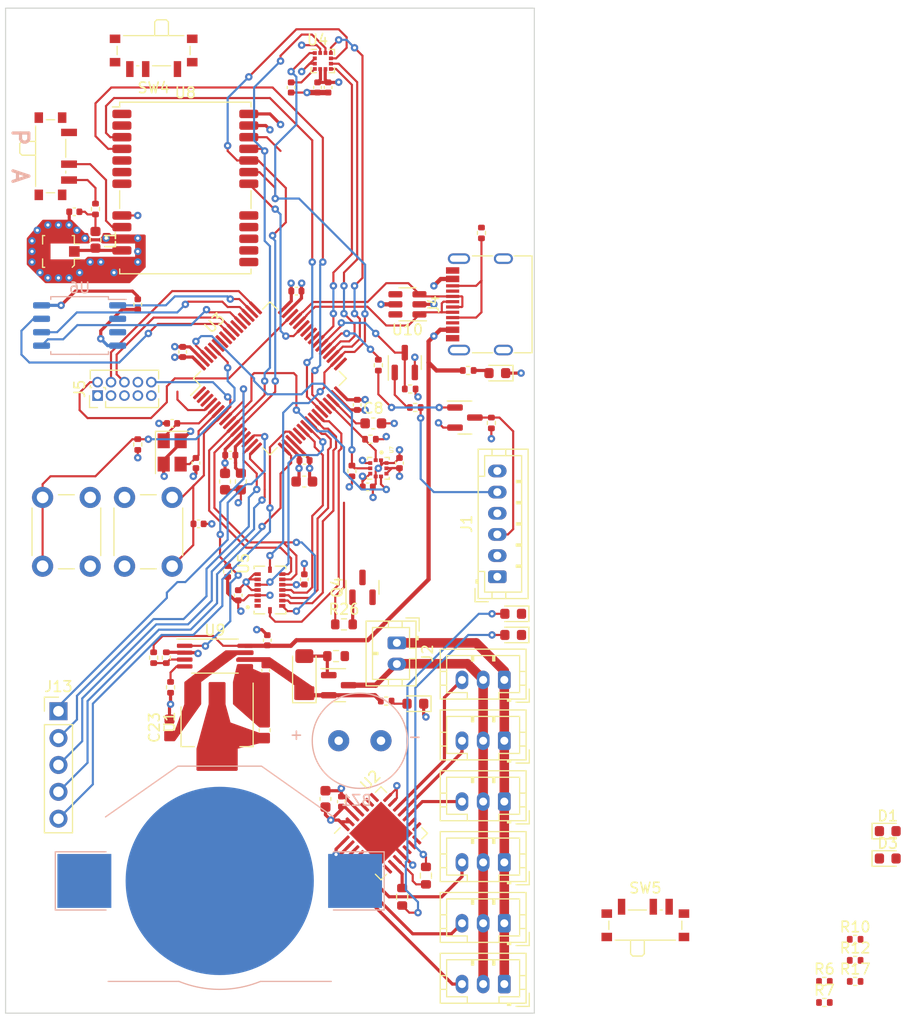
<source format=kicad_pcb>
(kicad_pcb (version 20221018) (generator pcbnew)
  (layers (0 "F.Cu" signal) (1 "In1.Cu" signal) (2 "In2.Cu" signal) (31 "B.Cu" signal) (34 "B.Paste" user) (35 "F.Paste" user) (36 "B.SilkS" user "B.Silkscreen") (37 "F.SilkS" user "F.Silkscreen") (38 "B.Mask" user) (39 "F.Mask" user) (44 "Edge.Cuts" user))
  (net 0 "")
  (net 1 "+3V3")
  (net 2 "BOOT0")
  (net 3 "+3.3VA")
  (net 4 "Net-(U3-VCAP1)")
  (net 5 "/HSE_IN")
  (net 6 "/HSE_OUT")
  (net 7 "NRST")
  (net 8 "5VIN")
  (net 9 "VIN")
  (net 10 "VBUS")
  (net 11 "Net-(D1-A)")
  (net 12 "Net-(D2-A)")
  (net 13 "Net-(D3-A)")
  (net 14 "Net-(D4-A)")
  (net 15 "Net-(D5-A)")
  (net 16 "Net-(D6-A)")
  (net 17 "/S_PORT")
  (net 19 "/SBUS_OUT")
  (net 21 "VIN_EXT")
  (net 22 "/IO/SERVO_CH1")
  (net 23 "Net-(J4-CC1)")
  (net 24 "USBD+")
  (net 25 "USBD-")
  (net 29 "SWDIO")
  (net 30 "SWDCLK")
  (net 31 "SWO")
  (net 34 "/IO/SERVO_CH2")
  (net 35 "/IO/SERVO_CH3")
  (net 36 "/IO/SERVO_CH4")
  (net 37 "/IO/SERVO_CH5")
  (net 38 "/IO/SERVO_CH6")
  (net 39 "Net-(Q2-B)")
  (net 40 "Net-(Q3-B)")
  (net 41 "USART6_RX")
  (net 42 "Net-(Q4-B)")
  (net 43 "Net-(BZ1-+)")
  (net 44 "USART6_TX")
  (net 45 "LED1")
  (net 46 "I2C2_SCL")
  (net 47 "I2C2_SDA")
  (net 48 "LED2")
  (net 49 "I2C3_SCL")
  (net 50 "STATUS_A")
  (net 51 "STATUS_B")
  (net 52 "I2C3_SDA")
  (net 53 "/Power/ILIM")
  (net 54 "/Power/VSNS")
  (net 55 "PWR_STATE")
  (net 56 "BUZZER")
  (net 57 "MODE1")
  (net 58 "MODE2")
  (net 59 "SPI2_SCK")
  (net 60 "SPI2_MOSI")
  (net 61 "SPI2_MISO")
  (net 62 "CSB_ACCEL")
  (net 63 "SPI1_SCK")
  (net 64 "SPI1_MOSI")
  (net 65 "SPI1_MISO")
  (net 66 "FMEM_CS")
  (net 67 "FMEM_HOLD")
  (net 68 "CSB_GYRO")
  (net 77 "VBAT")
  (net 78 "unconnected-(U3-PC15-Pad4)")
  (net 79 "PRES_INT")
  (net 80 "GYRO_INT3")
  (net 81 "GND")
  (net 83 "ACCEL_INT1")
  (net 84 "ACCEL_INT2")
  (net 88 "Net-(U4-C1)")
  (net 89 "Net-(D7-A)")
  (net 90 "/IO/RF_IN")
  (net 91 "GNSS_CS")
  (net 92 "GNSS_RESET")
  (net 93 "MAG_INT")
  (net 94 "MAG_DRDY")
  (net 95 "MAG_CS")
  (net 96 "GNSS_SAFEBOOT")
  (net 97 "GNSS_TIMEP")
  (net 98 "GNSS_INT")
  (net 101 "LNA_EN")
  (net 105 "Net-(C26-Pad1)")
  (net 106 "Net-(SW1-C)")
  (net 108 "Net-(SW1-B)")
  (net 109 "USART2_CTS")
  (net 110 "USART2_RTS")
  (net 111 "USART2_TX")
  (net 112 "USART2_RX")
  (net 113 "USART2_CK")
  (net 115 "GYRO_INT4")
  (footprint "Connector_PinHeader_1.27mm:PinHeader_2x05_P1.27mm_Vertical" (layer "F.Cu") (at -16.3 1.625 90)
    (fp_text reference "J5")
    (fp_text value "Conn_02x05_Odd_Even")
  )
  (footprint "Resistor_SMD:R_0402_1005Metric" (layer "F.Cu") (at 13.740001 2.75 180)
    (fp_text reference "R3" hide)
    (fp_text value "5K1")
  )
  (footprint "Capacitor_SMD:C_0402_1005Metric" (layer "F.Cu") (at -0.4 27.6 -90)
    (fp_text reference "C24" hide)
    (fp_text value "100n")
  )
  (footprint "Resistor_SMD:R_0402_1005Metric" (layer "F.Cu") (at 13.26 1)
    (fp_text reference "R5" hide)
    (fp_text value "5K1")
  )
  (footprint "LED_SMD:LED_0603_1608Metric" (layer "F.Cu") (at 13.75 30.75 180)
    (fp_text reference "D2" hide)
    (fp_text value "EXT_PWR_IND")
  )
  (footprint "Resistor_SMD:R_0402_1005Metric" (layer "F.Cu") (at 52.43 57)
    (fp_text reference "R6")
    (fp_text value "1K5")
  )
  (footprint "Package_TO_SOT_SMD:SOT-23" (layer "F.Cu") (at 12.75 -1.5 90)
    (fp_text reference "Q3" hide)
    (fp_text value "MMBT3904")
  )
  (footprint "Connector_JST:JST_PH_B3B-PH-K_1x03_P2.00mm_Vertical" (layer "F.Cu") (at 22.161542 40.000001 180)
    (fp_text reference "J9" hide)
    (fp_text value "Conn_01x03")
  )
  (footprint "Capacitor_SMD:C_0402_1005Metric" (layer "F.Cu") (at -12.5 -7 90)
    (fp_text reference "C16" hide)
    (fp_text value "100n")
  )
  (footprint "Inductor_SMD:L_0603_1608Metric" (layer "F.Cu") (at -2.75 9.75 -90)
    (fp_text reference "FB1" hide)
    (fp_text value "GZ1608D601TF")
  )
  (footprint "Resistor_SMD:R_0603_1608Metric" (layer "F.Cu") (at 12.5 49 -90)
    (fp_text reference "R13" hide)
    (fp_text value "680")
  )
  (footprint "Button_Switch_SMD:SW_SPDT_PCM12" (layer "F.Cu") (at -11 -30.67 180)
    (fp_text reference "SW4")
    (fp_text value "MODE1")
  )
  (footprint "LED_SMD:LED_0603_1608Metric" (layer "F.Cu") (at 21.5 -0.5 180)
    (fp_text reference "D7" hide)
    (fp_text value "USB_IND")
  )
  (footprint "Inductor_SMD:L_0603_1608Metric" (layer "F.Cu") (at -16.5 -13.1 -90)
    (fp_text reference "L1")
    (fp_text value "L_Small")
  )
  (footprint "Capacitor_SMD:C_0603_1608Metric" (layer "F.Cu") (at 5.25 39.75 -90)
    (fp_text reference "C18" hide)
    (fp_text value "4u7")
  )
  (footprint "Resistor_SMD:R_0402_1005Metric" (layer "F.Cu") (at 18.75 -0.75)
    (fp_text reference "R11" hide)
    (fp_text value "1K5")
  )
  (footprint "Capacitor_SMD:C_0402_1005Metric" (layer "F.Cu") (at 12.25 8 -90)
    (fp_text reference "C14" hide)
    (fp_text value "100n")
  )
  (footprint "Resistor_SMD:R_0402_1005Metric" (layer "F.Cu") (at -9.4 29.2 -90)
    (fp_text reference "R22" hide)
    (fp_text value "680")
  )
  (footprint "Resistor_SMD:R_0603_1608Metric" (layer "F.Cu") (at 6.25 26.25)
    (fp_text reference "R18" hide)
    (fp_text value "680")
  )
  (footprint "Capacitor_SMD:C_0402_1005Metric" (layer "F.Cu") (at 3.25 19 90)
    (fp_text reference "C13" hide)
    (fp_text value "100n")
  )
  (footprint "Resistor_SMD:R_0402_1005Metric" (layer "F.Cu") (at 10.25 -1.25 -90)
    (fp_text reference "R2" hide)
    (fp_text value "5K1")
  )
  (footprint "Sensor:BoschSensortec-BMP-388_PQFN50P200X200X80-10N" (layer "F.Cu") (at 10.25 8.5 -90)
    (fp_text reference "U7")
    (fp_text value "BMP388")
  )
  (footprint "Resistor_SMD:R_0402_1005Metric" (layer "F.Cu") (at 55.34 53.02)
    (fp_text reference "R10")
    (fp_text value "1K5")
  )
  (footprint "Crystal:Crystal_SMD_SeikoEpson_TSX3225-4Pin_3.2x2.5mm" (layer "F.Cu") (at -9.25 7 -90)
    (fp_text reference "Y1" hide)
    (fp_text value "X322516MLB4SI")
  )
  (footprint "MountingHole:MountingHole_3.2mm_M3" (layer "F.Cu") (at 10.5 55)
    (fp_text reference "H5" hide)
    (fp_text value "MountingHole")
  )
  (footprint "Capacitor_SMD:C_0402_1005Metric" (layer "F.Cu") (at -0.25 24.75 90)
    (fp_text reference "C25" hide)
    (fp_text value "100n")
  )
  (footprint "Package_TO_SOT_SMD:SOT-23" (layer "F.Cu") (at 8.75 19.75 90)
    (fp_text reference "Q4")
    (fp_text value "MMBT3904")
  )
  (footprint "Package_TO_SOT_SMD:SOT-223-3_TabPin2" (layer "F.Cu") (at -5 32.9 -90)
    (fp_text reference "U1")
    (fp_text value "AMS1117-3.3")
  )
  (footprint "Package_DFN_QFN:QFN-28-1EP_6x6mm_P0.65mm_EP4.25x4.25mm" (layer "F.Cu") (at 10.5 43 45)
    (fp_text reference "U2")
    (fp_text value "PCA9685BS")
  )
  (footprint "Diode_SMD:D_MiniMELF" (layer "F.Cu") (at 3.25 28 90)
    (fp_text reference "D5" hide)
    (fp_text value "ZMM5V6-M")
  )
  (footprint "Package_SO:TSSOP-8_4.4x3mm_P0.65mm" (layer "F.Cu") (at -5.2 26.25)
    (fp_text reference "U9")
    (fp_text value "TPS2113APW")
  )
  (footprint "Connector_JST:JST_PH_B3B-PH-K_1x03_P2.00mm_Vertical" (layer "F.Cu") (at 22.161542 28.500001 180)
    (fp_text reference "J11" hide)
    (fp_text value "Conn_01x03")
  )
  (footprint "Resistor_SMD:R_0402_1005Metric" (layer "F.Cu") (at 7.75 8.75 90)
    (fp_text reference "R9" hide)
    (fp_text value "5K1")
  )
  (footprint "Button_Switch_SMD:SW_SPDT_PCM12" (layer "F.Cu") (at -20.43 -21 -90)
    (fp_text reference "SW1" hide)
    (fp_text value "ACT/PASS")
  )
  (footprint "Capacitor_SMD:C_0402_1005Metric" (layer "F.Cu") (at 6.75 40 -90)
    (fp_text reference "C17" hide)
    (fp_text value "100n")
  )
  (footprint "Capacitor_SMD:C_0402_1005Metric" (layer "F.Cu") (at -7 8 -90)
    (fp_text reference "C10" hide)
    (fp_text value "10pF")
  )
  (footprint "Capacitor_SMD:C_0402_1005Metric" (layer "F.Cu") (at -3.75 7.25 180)
    (fp_text reference "C6" hide)
    (fp_text value "100n")
  )
  (footprint "Connector_USB:USB_C_Receptacle_G-Switch_GT-USB-7010ASV" (layer "F.Cu") (at 21 -7 90)
    (fp_text reference "J4")
    (fp_text value "USB_C_Receptacle_USB2.0")
  )
  (footprint "Resistor_SMD:R_0402_1005Metric" (layer "F.Cu") (at -16.5 -16.009999 -90)
    (fp_text reference "R19" hide)
    (fp_text value "10")
  )
  (footprint "RF_GPS:ublox_NEO" (layer "F.Cu") (at -8 -18)
    (fp_text reference "U8")
    (fp_text value "NEO-M8N")
  )
  (footprint "Resistor_SMD:R_0603_1608Metric" (layer "F.Cu") (at 14.75 47 90)
    (fp_text reference "R14" hide)
    (fp_text value "680")
  )
  (footprint "Resistor_SMD:R_0402_1005Metric" (layer "F.Cu") (at -12.5 6.25 90)
    (fp_text reference "R15" hide)
    (fp_text value "5K1")
  )
  (footprint "Capacitor_SMD:C_0603_1608Metric" (layer "F.Cu") (at 9.775 4.25)
    (fp_text reference "C8")
    (fp_text value "4u7")
  )
  (footprint "Capacitor_SMD:C_0402_1005Metric" (layer "F.Cu") (at 9.25 10.25 180)
    (fp_text reference "C15" hide)
    (fp_text value "100n")
  )
  (footprint "Resistor_SMD:R_0402_1005Metric" (layer "F.Cu") (at 52.43 58.99)
    (fp_text reference "R7")
    (fp_text value "1K5")
  )
  (footprint "Capacitor_SMD:C_0603_1608Metric" (layer "F.Cu") (at -9.5 33 90)
    (fp_text reference "C23")
    (fp_text value "4u7")
  )
  (footprint "Capacitor_SMD:C_0402_1005Metric" (layer "F.Cu") (at -18.5 -15.75 180)
    (fp_text reference "C26" hide)
    (fp_text value "10n")
  )
  (footprint "Resistor_SMD:R_0402_1005Metric" (layer "F.Cu") (at 55.34 57)
    (fp_text reference "R17")
    (fp_text value "5K1")
  )
  (footprint "Resistor_SMD:R_0402_1005Metric" (layer "F.Cu") (at -4 18.25 90)
    (fp_text reference "R25" hide)
    (fp_text value "5K1")
  )
  (footprint "Capacitor_SMD:C_0402_1005Metric" (layer "F.Cu") (at 3.27 7.75 180)
    (fp_text reference "C2" hide)
    (fp_text value "100n")
  )
  (footprint "Capacitor_SMD:C_0603_1608Metric" (layer "F.Cu") (at -0.5 33.25 90)
    (fp_text reference "C19" hide)
    (fp_text value "4u7")
  )
  (footprint "MountingHole:MountingHole_3.2mm_M3" (layer "F.Cu") (at 20 -30)
    (fp_text reference "H4" hide)
    (fp_text value "MountingHole")
  )
  (footprint "Package_TO_SOT_SMD:SOT-23" (layer "F.Cu") (at 6.5 29)
    (fp_text reference "Q1" hide)
    (fp_text value "AO3401A")
  )
  (footprint "Capacitor_SMD:C_0402_1005Metric" (layer "F.Cu") (at 2 -27.5 -90)
    (fp_text reference "C20" hide)
    (fp_text value "100n")
  )
  (footprint "Package_LGA:LGA-12_2x2mm_P0.5mm" (layer "F.Cu") (at 5 -30)
    (fp_text reference "U4")
    (fp_text value "LIS3MDL")
  )
  (footprint "LED_SMD:LED_0603_1608Metric" (layer "F.Cu") (at 23 24.25 180)
    (fp_text reference "D6" hide)
    (fp_text value "STATUS")
  )
  (footprint "Capacitor_SMD:C_0402_1005Metric" (layer "F.Cu") (at 2.5 -8.25)
    (fp_text reference "C4" hide)
    (fp_text value "100n")
  )
  (footprint "Resistor_SMD:R_0603_1608Metric" (layer "F.Cu") (at 7 23.25)
    (fp_text reference "R26")
    (fp_text value "680")
  )
  (footprint "Capacitor_SMD:C_0402_1005Metric" (layer "F.Cu") (at -3 20.5 90)
    (fp_text reference "C12" hide)
    (fp_text value "100n")
  )
  (footprint "Connector_Coaxial:U.FL_Molex_MCRF_73412-0110_Vertical" (layer "F.Cu") (at -20 -12 90)
    (fp_text reference "J8" hide)
    (fp_text value "Conn_Coaxial")
  )
  (footprint "Package_TO_SOT_SMD:SOT-23-6" (layer "F.Cu") (at 13 -7 180)
    (fp_text reference "U10")
    (fp_text value "SRV05-4")
  )
  (footprint "LED_SMD:LED_0603_1608Metric" (layer "F.Cu") (at 58.42 45.38)
    (fp_text reference "D3")
    (fp_text value "STATUS")
  )
  (footprint "Connector_JST:JST_PH_B3B-PH-K_1x03_P2.00mm_Vertical" (layer "F.Cu") (at 22.161542 34.250001 180)
    (fp_text reference "J10" hide)
    (fp_text value "Conn_01x03")
  )
  (footprint "Resistor_SMD:R_0402_1005Metric" (layer "F.Cu") (at 20.9375 4.209999 -90)
    (fp_text reference "R4" hide)
    (fp_text value "5K1")
  )
  (footprint "Resistor_SMD:R_0402_1005Metric" (layer "F.Cu") (at 9.5 5.75 180)
    (fp_text reference "R8" hide)
    (fp_text value "5K1")
  )
  (footprint "Button_Switch_THT:SW_PUSH_6mm" (layer "F.Cu") (at -21.5 17.75 90)
    (fp_text reference "SW3" hide)
    (fp_text value "SW_Push")
  )
  (footprint "Resistor_SMD:R_0402_1005Metric" (layer "F.Cu") (at -11 26.4 -90)
    (fp_text reference "R23" hide)
    (fp_text value "1K5")
  )
  (footprint "Capacitor_SMD:C_0402_1005Metric" (layer "F.Cu") (at -8.25 -2.5 90)
    (fp_text reference "C5" hide)
    (fp_text value "100n")
  )
  (footprint "Resistor_SMD:R_0402_1005Metric" (layer "F.Cu") (at 10.99 30.5)
    (fp_text reference "R16" hide)
    (fp_text value "1K5")
  )
  (footprint "Button_Switch_THT:SW_PUSH_6mm" (layer "F.Cu") (at -13.75 17.75 90)
    (fp_text reference "SW2" hide)
    (fp_text value "SW_Push")
  )
  (footprint "LED_SMD:LED_0603_1608Metric" (layer "F.Cu") (at 58.42 42.79)
    (fp_text reference "D1")
    (fp_text value "STATUS")
  )
  (footprint "Capacitor_SMD:C_0402_1005Metric" (layer "F.Cu") (at 4.5 -27.5 -90)
    (fp_text reference "C21" hide)
    (fp_text value "100n")
  )
  (footprint "Resistor_SMD:R_0402_1005Metric" (layer "F.Cu") (at -9.8 26.4 90)
    (fp_text reference "R24" hide)
    (fp_text value "1K5")
  )
  (footprint "Package_QFP:LQFP-64_10x10mm_P0.5mm" (layer "F.Cu") (at 0 0 45)
    (fp_text reference "U3")
    (fp_text value "STM32F411RETx")
  )
  (footprint "Connector_JST:JST_PH_B6B-PH-K_1x06_P2.00mm_Vertical" (layer "F.Cu") (at 21.5 18.75 90)
    (fp_text reference "J1")
    (fp_text value "Conn_01x06")
  )
  (footprint "MountingHole:MountingHole_3.2mm_M3" (layer "F.Cu") (at -20 55)
    (fp_text reference "H1" hide)
    (fp_text value "MountingHole")
  )
  (footprint "Resistor_SMD:R_0402_1005Metric" (layer "F.Cu") (at 55.34 55.01)
    (fp_text reference "R12")
    (fp_text value "5K1")
  )
  (footprint "Capacitor_SMD:C_0603_1608Metric" (layer "F.Cu") (at 3.25 9.75 180)
    (fp_text reference "C1" hide)
    (fp_text value "4u7")
  )
  (footprint "Connector_PinHeader_2.54mm:PinHeader_1x05_P2.54mm_Vertical" (layer "F.Cu") (at -20 31.46)
    (fp_text reference "J13")
    (fp_text value "Conn_01x05")
  )
  (footprint "Capacitor_SMD:C_0402_1005Metric" (layer "F.Cu") (at 8.25 2.5 -90)
    (fp_text reference "C3" hide)
    (fp_text value "100n")
  )
  (footprint "ollyfc:PQFN50P450X300X100-16N" (layer "F.Cu") (at 0 20 90)
    (fp_text reference "U5")
    (fp_text value "BMI088")
  )
  (footprint "MountingHole:MountingHole_3.2mm_M3" (layer "F.Cu") (at -20 -30)
    (fp_text reference "H2" hide)
    (fp_text value "MountingHole")
  )
  (footprint "Connector_JST:JST_PH_B3B-PH-K_1x03_P2.00mm_Vertical" (layer "F.Cu") (at 22.161544 57.25 180)
    (fp_text reference "J3" hide)
    (fp_text value "Conn_01x03")
  )
  (footprint "Capacitor_SMD:C_0402_1005Metric" (layer "F.Cu") (at -6.75 13.75 180)
    (fp_text reference "C11" hide)
    (fp_text value "100n")
  )
  (footprint "Capacitor_SMD:C_0402_1005Metric" (layer "F.Cu") (at 5.5 -27.5 -90)
    (fp_text reference "C22" hide)
    (fp_text value "1u")
  )
  (footprint "Connector_JST:JST_PH_B3B-PH-K_1x03_P2.00mm_Vertical" (layer "F.Cu") (at 22.161542 51.500001 180)
    (fp_text reference "J6" hide)
    (fp_text value "Conn_01x03")
  )
  (footprint "Connector_JST:JST_PH_B2B-PH-K_1x02_P2.00mm_Vertical" (layer "F.Cu") (at 12 25 -90)
    (fp_text reference "J2")
    (fp_text value "Conn_01x02")
  )
  (footprint "Connector_JST:JST_PH_B3B-PH-K_1x03_P2.00mm_Vertical" (layer "F.Cu") (at 22.161542 45.750001 180)
    (fp_text reference "J7" hide)
    (fp_text value "Conn_01x03")
  )
  (footprint "Capacitor_SMD:C_0402_1005Metric" (layer "F.Cu") (at -9.25 4.25 180)
    (fp_text reference "C9" hide)
    (fp_text value "10pF")
  )
  (footprint "Button_Switch_SMD:SW_SPDT_PCM12" (layer "F.Cu") (at 35.5 51.37)
    (fp_text reference "SW5")
    (fp_text value "MODE1")
  )
  (footprint "Package_TO_SOT_SMD:SOT-23" (layer "F.Cu") (at 18.4375 3.7)
    (fp_text reference "Q2" hide)
    (fp_text value "MMBT3904")
  )
  (footprint "Capacitor_SMD:C_0603_1608Metric" (layer "F.Cu") (at -4.25 9.75 90)
    (fp_text reference "C7" hide)
    (fp_text value "4u7")
  )
  (footprint "MountingHole:MountingHole_3.2mm_M3" (layer "F.Cu") (at -20 24.5)
    (fp_text reference "H3" hide)
    (fp_text value "MountingHole")
  )
  (footprint "LED_SMD:LED_0603_1608Metric" (layer "F.Cu") (at 23 22.25 180)
    (fp_text reference "D4" hide)
    (fp_text value "STATUS")
  )
  (footprint "Resistor_SMD:R_0402_1005Metric" (layer "F.Cu") (at 20 -13.75 90)
    (fp_text reference "R21" hide)
    (fp_text value "5K1")
  )
  (footprint "Battery:BatteryHolder_Keystone_3002_1x2032" (layer "B.Cu") (at -4.75 47.5)
    (fp_text reference "BT1" hide)
    (fp_text value "Battery_Cell")
  )
  (footprint "Buzzer_Beeper:XDCR_CMT-9648-85T" (layer "B.Cu") (at 8.5 34.25)
    (fp_text reference "BZ1")
    (fp_text value "CMT-9648-85T")
  )
  (footprint "Package_SO:SOIC-8_5.23x5.23mm_P1.27mm" (layer "B.Cu") (at -18 -5 180)
    (fp_text reference "U6")
    (fp_text value "W25Q128JVS")
  )
  (gr_line (start 25 -35) (end 25 60) (stroke (width 0.1)) (layer "Edge.Cuts"))
  (gr_line (start -25 -35) (end 25 -35) (stroke (width 0.1)) (layer "Edge.Cuts"))
  (gr_line (start 25 60) (end -25 60) (stroke (width 0.1)) (layer "Edge.Cuts"))
  (gr_line (start -25 60) (end -25 -35) (stroke (width 0.1)) (layer "Edge.Cuts"))
  (gr_text "P  A" (at -24.5 -23.75 270) (layer "B.SilkS") (effects (font (size 1.5 1.5) (thickness 0.3) bold) (justify left bottom)))
  (segment (start -3.309999 20.98) (end -3 20.98) (width 0.3) (layer "F.Cu") (net 1))
  (segment (start -4.25 10.525) (end -2.7625 10.525) (width 0.2) (layer "F.Cu") (net 1))
  (segment (start 8.25 2.02) (end 8.98 2.02) (width 0.3) (layer "F.Cu") (net 1))
  (segment (start -9 -2) (end -8.98 -2.02) (width 0.3) (layer "F.Cu") (net 1))
  (segment (start -12.5 -7.75) (end -12.5 -7.48) (width 0.3) (layer "F.Cu") (net 1))
  (segment (start 3.75 7.639088) (end 3.75 7.75) (width 0.3) (layer "F.Cu") (net 1))
  (segment (start 10.729642 8) (end 10.25 8.479642) (width 0.2) (layer "F.Cu") (net 1))
  (segment (start -19.75 -6.905) (end -18.405 -8.25) (width 0.3) (layer "F.Cu") (net 1))
  (segment (start 1.361181 -6.664481) (end 2.02 -7.3233) (width 0.3) (layer "F.Cu") (net 1))
  (segment (start 8.493585 40.993585) (end 7.02 39.52) (width 0.3) (layer "F.Cu") (net 1))
  (segment (start 6.48 -27.98) (end 6.5 -28) (width 0.3) (layer "F.Cu") (net 1))
  (segment (start 2.02 -7.3233) (end 2.02 -8.25) (width 0.3) (layer "F.Cu") (net 1))
  (segment (start 10 8.75) (end 10.25 8.5) (width 0.2) (layer "F.Cu") (net 1))
  (segment (start -3 21.75) (end -2.75 22) (width 0.2) (layer "F.Cu") (net 1))
  (segment (start 4.5 -27.98) (end 4.775 -28.255) (width 0.3) (layer "F.Cu") (net 1))
  (segment (start 10 9.98) (end 9.73 10.25) (width 0.2) (layer "F.Cu") (net 1))
  (segment (start 10.5 7.735) (end 10.5 8.25) (width 0.2) (layer "F.Cu") (net 1))
  (segment (start -4 20.289999) (end -3.309999 20.98) (width 0.3) (layer "F.Cu") (net 1))
  (segment (start 7.3233 2.02) (end 6.664481 1.361181) (width 0.3) (layer "F.Cu") (net 1))
  (segment (start 3.75 9.475) (end 4.025 9.75) (width 0.3) (layer "F.Cu") (net 1))
  (segment (start -2.48 20.98) (end -3 20.98) (width 0.2) (layer "F.Cu") (net 1))
  (segment (start 13.77 1.52) (end 14 1.75) (width 0.2) (layer "F.Cu") (net 1))
  (segment (start 9 2) (end 9.02 2.02) (width 0.3) (layer "F.Cu") (net 1))
  (segment (start 10.75 5.75) (end 11 5.5) (width 0.2) (layer "F.Cu") (net 1))
  (segment (start -4 18.76) (end -4 20.289999) (width 0.3) (layer "F.Cu") (net 1))
  (segment (start 2.02 -8.25) (end 2 -9) (width 0.3) (layer "F.Cu") (net 1))
  (segment (start -0.4 -23.9) (end 0 -23.5) (width 0.3) (layer "F.Cu") (net 1))
  (segment (start -3 20.98) (end -3 21.75) (width 0.2) (layer "F.Cu") (net 1))
  (segment (start 13.77 1) (end 13.77 1.52) (width 0.2) (layer "F.Cu") (net 1))
  (segment (start 10.25 8.479642) (end 10.25 8.5) (width 0.2) (layer "F.Cu") (net 1))
  (segment (start 6.525 38.975) (end 6.75 38.75) (width 0.3) (layer "F.Cu") (net 1))
  (segment (start -2.7625 10.525) (end -2.75 10.5375) (width 0.2) (layer "F.Cu") (net 1))
  (segment (start 9.73 10.25) (end 9.73 11.23) (width 0.2) (layer "F.Cu") (net 1))
  (segment (start 7.02 39.52) (end 6.75 39.52) (width 0.3) (layer "F.Cu") (net 1))
  (segment (start 5.25 38.975) (end 6.525 38.975) (width 0.3) (layer "F.Cu") (net 1))
  (segment (start 7.75 9.26) (end 7.75 10) (width 0.2) (layer "F.Cu") (net 1))
  (segment (start 10 9.265) (end 10 9.98) (width 0.2) (layer "F.Cu") (net 1))
  (segment (start -13 -8.25) (end -12.5 -7.75) (width 0.3) (layer "F.Cu") (net 1))
  (segment (start -8.25 -2.02) (end -7.3233 -2.02) (width 0.3) (layer "F.Cu") (net 1))
  (segment (start 3.75 8.5) (end 3.75 9.475) (width 0.3) (layer "F.Cu") (net 1))
  (segment (start 1.165 19.5) (end 2.5 19.5) (width 0.2) (layer "F.Cu") (net 1))
  (segment (start 5.5 -27.98) (end 4.5 -27.98) (width 0.3) (layer "F.Cu") (net 1))
  (segment (start 11.77 8) (end 12.25 7.52) (width 0.2) (layer "F.Cu") (net 1))
  (segment (start -18.405 -8.25) (end -13 -8.25) (width 0.3) (layer "F.Cu") (net 1))
  (segment (start 5.5 -27.98) (end 6.48 -27.98) (width 0.3) (layer "F.Cu") (net 1))
  (segment (start -7.3233 -2.02) (end -6.664481 -1.361181) (width 0.3) (layer "F.Cu") (net 1))
  (segment (start -2.75 11.5) (end -2.75 10.5375) (width 0.2) (layer "F.Cu") (net 1))
  (segment (start -2 20.5) (end -2.48 20.98) (width 0.2) (layer "F.Cu") (net 1))
  (segment (start -8.25 -2.02) (end -9 -2) (width 0.3) (layer "F.Cu") (net 1))
  (segment (start 9.75 11.25) (end 9.73 11.23) (width 0.2) (layer "F.Cu") (net 1))
  (segment (start 10 9.265) (end 10 8.75) (width 0.2) (layer "F.Cu") (net 1))
  (segment (start 7.75 10) (end 7.5 10.25) (width 0.2) (layer "F.Cu") (net 1))
  (segment (start 5.225 -28.255) (end 5.225 -29.2375) (width 0.3) (layer "F.Cu") (net 1))
  (segment (start 8.25 2.02) (end 7.3233 2.02) (width 0.3) (layer "F.Cu") (net 1))
  (segment (start 20.9375 4.719999) (end 20.937501 5.7) (width 0.2) (layer "F.Cu") (net 1))
  (segment (start -3 11.75) (end -2.75 11.5) (width 0.2) (layer "F.Cu") (net 1))
  (segment (start 2.068287 5.957375) (end 3.75 7.639088) (width 0.3) (layer "F.Cu") (net 1))
  (segment (start 2.5 19.5) (end 3.23 19.5) (width 0.2) (layer "F.Cu") (net 1))
  (segment (start 2 -9) (end 2.02 -8.98) (width 0.3) (layer "F.Cu") (net 1))
  (segment (start 4.775 -28.255) (end 4.775 -29.2375) (width 0.3) (layer "F.Cu") (net 1))
  (segment (start -2 -23.9) (end -0.4 -23.9) (width 0.3) (layer "F.Cu") (net 1))
  (segment (start 6.75 39.52) (end 6.75 38.75) (width 0.3) (layer "F.Cu") (net 1))
  (segment (start 12.25 7.52) (end 12.25 6.75) (width 0.2) (layer "F.Cu") (net 1))
  (segment (start 8.98 2.02) (end 9 2) (width 0.3) (layer "F.Cu") (net 1))
  (segment (start 3.75 7.75) (end 3.75 8.5) (width 0.3) (layer "F.Cu") (net 1))
  (segment (start 11.015 8) (end 10.729642 8) (width 0.2) (layer "F.Cu") (net 1))
  (segment (start 5.5 -27.98) (end 5.225 -28.255) (width 0.3) (layer "F.Cu") (net 1))
  (segment (start 11.015 8) (end 11.77 8) (width 0.2) (layer "F.Cu") (net 1))
  (segment (start -4.2375 10.7875) (end -4.25 10.775) (width 0.3) (layer "F.Cu") (net 1))
  (segment (start 10.01 5.75) (end 10.75 5.75) (width 0.2) (layer "F.Cu") (net 1))
  (segment (start -1.165 20.5) (end -2 20.5) (width 0.2) (layer "F.Cu") (net 1))
  (segment (start -1.165 20.5) (end 0 20.5) (width 0.2) (layer "F.Cu") (net 1))
  (segment (start 10.5 8.25) (end 10.25 8.5) (width 0.2) (layer "F.Cu") (net 1))
  (segment (start 3.23 19.5) (end 3.25 19.48) (width 0.2) (layer "F.Cu") (net 1))
  (via (at -9 -2) (size 0.7) (drill 0.3) (layers "F.Cu" "B.Cu") (net 1))
  (via (at -19.75 -6.905) (size 0.7) (drill 0.3) (layers "F.Cu" "B.Cu") (net 1))
  (via (at 14 1.75) (size 0.7) (drill 0.3) (layers "F.Cu" "B.Cu") (net 1))
  (via (at 6.5 -28) (size 0.7) (drill 0.3) (layers "F.Cu" "B.Cu") (net 1))
  (via (at -3 11.75) (size 0.7) (drill 0.3) (layers "F.Cu" "B.Cu") (net 1))
  (via (at 6.75 38.75) (size 0.7) (drill 0.3) (layers "F.Cu" "B.Cu") (net 1))
  (via (at 11 5.5) (size 0.7) (drill 0.3) (layers "F.Cu" "B.Cu") (net 1))
  (via (at 12.25 6.75) (size 0.7) (drill 0.3) (layers "F.Cu" "B.Cu") (net 1))
  (via (at 2.5 19.5) (size 0.7) (drill 0.3) (layers "F.Cu" "B.Cu") (net 1))
  (via (at 9 2) (size 0.7) (drill 0.3) (layers "F.Cu" "B.Cu") (net 1))
  (via (at -2.75 22) (size 0.7) (drill 0.3) (layers "F.Cu" "B.Cu") (net 1))
  (via (at 3.75 8.5) (size 0.7) (drill 0.3) (layers "F.Cu" "B.Cu") (net 1))
  (via (at 7.5 10.25) (size 0.7) (drill 0.3) (layers "F.Cu" "B.Cu") (net 1))
  (via (at 2 -9) (size 0.7) (drill 0.3) (layers "F.Cu" "B.Cu") (net 1))
  (via (at 0 -23.5) (size 0.7) (drill 0.3) (layers "F.Cu" "B.Cu") (net 1))
  (via (at 10.25 8.5) (size 0.7) (drill 0.3) (layers "F.Cu" "B.Cu") (net 1))
  (via (at 0 20.5) (size 0.7) (drill 0.3) (layers "F.Cu" "B.Cu") (net 1))
  (via (at 20.937501 5.7) (size 0.7) (drill 0.3) (layers "F.Cu" "B.Cu") (net 1))
  (via (at 9.75 11.25) (size 0.7) (drill 0.3) (layers "F.Cu" "B.Cu") (net 1))
  (segment (start -19.75 -6.905) (end -21.6 -6.905) (width 0.3) (layer "B.Cu") (net 1))
  (segment (start -21.5 10) (end -20.75 9.25) (width 0.2) (layer "F.Cu") (net 2))
  (segment (start -20.75 9.25) (end -16.5 9.25) (width 0.2) (layer "F.Cu") (net 2))
  (segment (start -21.5 11.25) (end -21.5 10) (width 0.2) (layer "F.Cu") (net 2))
  (segment (start -5.250268 -2.775394) (end -4 -1.525126) (width 0.2) (layer "F.Cu") (net 2))
  (segment (start -16.5 9.25) (end -13 5.75) (width 0.2) (layer "F.Cu") (net 2))
  (segment (start -13 5.75) (end -11.5 5.75) (width 0.2) (layer "F.Cu") (net 2))
  (segment (start -21.5 11.25) (end -21.5 17.75) (width 0.2) (layer "F.Cu") (net 2))
  (segment (start -4 -1.525126) (end -4 -1) (width 0.2) (layer "F.Cu") (net 2))
  (via (at -11.5 5.75) (size 0.7) (drill 0.3) (layers "F.Cu" "B.Cu") (net 2))
  (via (at -4 -1) (size 0.7) (drill 0.3) (layers "F.Cu" "B.Cu") (net 2))
  (segment (start -7 5.75) (end -11.5 5.75) (width 0.2) (layer "B.Cu") (net 2))
  (segment (start -4 -1) (end -4 0.25) (width 0.2) (layer "B.Cu") (net 2))
  (segment (start -4 0.25) (end -3.35 0.9) (width 0.2) (layer "B.Cu") (net 2))
  (segment (start -3.35 0.9) (end -3.35 2.1) (width 0.2) (layer "B.Cu") (net 2))
  (segment (start -3.35 2.1) (end -7 5.75) (width 0.2) (layer "B.Cu") (net 2))
  (segment (start -2.421841 5.603821) (end -3.27 6.45198) (width 0.3) (layer "F.Cu") (net 3))
  (segment (start -3.25 8.4625) (end -3.25 8) (width 0.3) (layer "F.Cu") (net 3))
  (segment (start -3.25 8.4625) (end -2.75 8.9625) (width 0.3) (layer "F.Cu") (net 3))
  (segment (start -3.27 6.45198) (end -3.27 7.25) (width 0.3) (layer "F.Cu") (net 3))
  (segment (start -3.25 8) (end -3.27 7.98) (width 0.3) (layer "F.Cu") (net 3))
  (segment (start -3.27 7.25) (end -3.25 8) (width 0.3) (layer "F.Cu") (net 3))
  (segment (start 8.139088 4.25) (end 5.957375 2.068287) (width 0.2) (layer "F.Cu") (net 4))
  (segment (start 9 4.25) (end 8.139088 4.25) (width 0.2) (layer "F.Cu") (net 4))
  (segment (start -10.05 5.55) (end -8.75 4.25) (width 0.2) (layer "F.Cu") (net 5))
  (segment (start -6.724874 4.25) (end -5.250268 2.775394) (width 0.2) (layer "F.Cu") (net 5))
  (segment (start -10.05 5.9) (end -10.05 5.55) (width 0.2) (layer "F.Cu") (net 5))
  (segment (start -8.75 4.25) (end -6.724874 4.25) (width 0.2) (layer "F.Cu") (net 5))
  (segment (start -8.45 8.1) (end -7.6 8.1) (width 0.2) (layer "F.Cu") (net 6))
  (segment (start -6.75 4.982234) (end -4.896714 3.128948) (width 0.2) (layer "F.Cu") (net 6))
  (segment (start -7.6 8.1) (end -6.75 7.25) (width 0.2) (layer "F.Cu") (net 6))
  (segment (start -6.75 7.25) (end -6.75 4.982234) (width 0.2) (layer "F.Cu") (net 6))
  (segment (start -8.33076 11.25) (end -9.25 11.25) (width 0.2) (layer "F.Cu") (net 7))
  (segment (start -6.25 5.18934) (end -4.543161 3.482501) (width 0.2) (layer "F.Cu") (net 7))
  (segment (start -7.25 10.169239) (end -7.16538 10.08462) (width 0.2) (layer "F.Cu") (net 7))
  (segment (start -9.25 17.75) (end -7.25 15.75) (width 0.2) (layer "F.Cu") (net 7))
  (segment (start -3.75 2.68934) (end -3.75 2) (width 0.2) (layer "F.Cu") (net 7))
  (segment (start -7.16538 10.08462) (end -8.33076 11.25) (width 0.2) (layer "F.Cu") (net 7))
  (segment (start -4.543161 3.482501) (end -3.75 2.68934) (width 0.2) (layer "F.Cu") (net 7))
  (segment (start -7.16538 10.08462) (end -6.25 9.169239) (width 0.2) (layer "F.Cu") (net 7))
  (segment (start -6.25 9.169239) (end -6.25 5.18934) (width 0.2) (layer "F.Cu") (net 7))
  (segment (start -7.25 15.75) (end -7.25 10.169239) (width 0.2) (layer "F.Cu") (net 7))
  (segment (start -3.75 2) (end -4 1.75) (width 0.2) (layer "F.Cu") (net 7))
  (via (at -4 1.75) (size 0.7) (drill 0.3) (layers "F.Cu" "B.Cu") (net 7))
  (segment (start -5.395 0.355) (end -4 1.75) (width 0.2) (layer "B.Cu") (net 7))
  (segment (start -11.22 0.355) (end -5.395 0.355) (width 0.2) (layer "B.Cu") (net 7))
  (segment (start 3.45 29.95) (end 3.25 29.75) (width 0.4) (layer "F.Cu") (net 9))
  (segment (start 9.93 29.95) (end 10.48 30.5) (width 0.4) (layer "F.Cu") (net 9))
  (segment (start 5.5625 29.95) (end 3.45 29.95) (width 0.4) (layer "F.Cu") (net 9))
  (segment (start 5.5625 29.95) (end 9.93 29.95) (width 0.4) (layer "F.Cu") (net 9))
  (segment (start -11 25.89) (end -11 25.2) (width 0.2) (layer "F.Cu") (net 10))
  (segment (start -11 25.2) (end -10.15 24.35) (width 0.2) (layer "F.Cu") (net 10))
  (segment (start 17.275 -4.6) (end 16.1 -4.6) (width 0.4) (layer "F.Cu") (net 10))
  (segment (start 15 19) (end 9.25 24.75) (width 0.4) (layer "F.Cu") (net 10))
  (segment (start -5.35 24.35) (end -4.425 25.275) (width 0.2) (layer "F.Cu") (net 10))
  (segment (start -10.15 24.35) (end -5.35 24.35) (width 0.2) (layer "F.Cu") (net 10))
  (segment (start -4.425 25.275) (end -2.3375 25.275) (width 0.2) (layer "F.Cu") (net 10))
  (segment (start 15.5 -4) (end 15 -3.5) (width 0.4) (layer "F.Cu") (net 10))
  (segment (start 9.25 24.75) (end 2.5 24.75) (width 0.4) (layer "F.Cu") (net 10))
  (segment (start 2.5 24.75) (end 1.975 25.275) (width 0.4) (layer "F.Cu") (net 10))
  (segment (start 16.15 -9.4) (end 15.5 -8.75) (width 0.4) (layer "F.Cu") (net 10))
  (segment (start 1.975 25.275) (end -2.3375 25.275) (width 0.4) (layer "F.Cu") (net 10))
  (segment (start 15.75 -0.75) (end 18.24 -0.75) (width 0.4) (layer "F.Cu") (net 10))
  (segment (start 11.8625 -7) (end 10.5 -7) (width 0.4) (layer "F.Cu") (net 10))
  (segment (start 15 -1.5) (end 15 19) (width 0.4) (layer "F.Cu") (net 10))
  (segment (start 15 -1.5) (end 15.75 -0.75) (width 0.4) (layer "F.Cu") (net 10))
  (segment (start 16.1 -4.6) (end 15.5 -4) (width 0.4) (layer "F.Cu") (net 10))
  (segment (start 17.275 -9.4) (end 16.15 -9.4) (width 0.4) (layer "F.Cu") (net 10))
  (segment (start 15 -3.5) (end 15 -1.5) (width 0.4) (layer "F.Cu") (net 10))
  (via (at 15.5 -4) (size 0.7) (drill 0.3) (layers "F.Cu" "B.Cu") (net 10))
  (via (at 15.5 -8.75) (size 0.7) (drill 0.3) (layers "F.Cu" "B.Cu") (net 10))
  (via (at 10.5 -7) (size 0.7) (drill 0.3) (layers "F.Cu" "B.Cu") (net 10))
  (segment (start 11.75 30.75) (end 11.5 30.5) (width 0.2) (layer "F.Cu") (net 12))
  (segment (start 12.9625 30.75) (end 11.75 30.75) (width 0.2) (layer "F.Cu") (net 12))
  (segment (start 14 50.5) (end 13.175 50.5) (width 0.2) (layer "F.Cu") (net 14))
  (segment (start 21 22.25) (end 22.2125 22.25) (width 0.2) (layer "F.Cu") (net 14))
  (segment (start 13.175 50.5) (end 12.5 49.825) (width 0.2) (layer "F.Cu") (net 14))
  (via (at 21 22.25) (size 0.7) (drill 0.3) (layers "F.Cu" "B.Cu") (net 14))
  (via (at 14 50.5) (size 0.7) (drill 0.3) (layers "F.Cu" "B.Cu") (net 14))
  (segment (start 14 50.5) (end 14 49.5) (width 0.2) (layer "B.Cu") (net 14))
  (segment (start 12.85 45.730761) (end 13 45.580761) (width 0.2) (layer "B.Cu") (net 14))
  (segment (start 13 29) (end 19.75 22.25) (width 0.2) (layer "B.Cu") (net 14))
  (segment (start 13 45.580761) (end 13 29) (width 0.2) (layer "B.Cu") (net 14))
  (segment (start 14 49.5) (end 12.85 48.35) (width 0.2) (layer "B.Cu") (net 14))
  (segment (start 12.85 48.35) (end 12.85 45.730761) (width 0.2) (layer "B.Cu") (net 14))
  (segment (start 19.75 22.25) (end 21 22.25) (width 0.2) (layer "B.Cu") (net 14))
  (segment (start 5.425 27.9125) (end 5.5625 28.05) (width 0.3) (layer "F.Cu") (net 15))
  (segment (start 5.425 26.25) (end 3.25 26.25) (width 0.3) (layer "F.Cu") (net 15))
  (segment (start 5.425 26.25) (end 5.425 27.9125) (width 0.3) (layer "F.Cu") (net 15))
  (segment (start 14.75 45.25) (end 14.5 45) (width 0.2) (layer "F.Cu") (net 16))
  (segment (start 14.75 46.175) (end 14.75 45.25) (width 0.2) (layer "F.Cu") (net 16))
  (segment (start 21 24.25) (end 22.2125 24.25) (width 0.2) (layer "F.Cu") (net 16))
  (via (at 21 24.25) (size 0.7) (drill 0.3) (layers "F.Cu" "B.Cu") (net 16))
  (via (at 14.5 45) (size 0.7) (drill 0.3) (layers "F.Cu" "B.Cu") (net 16))
  (segment (start 13.75 44.25) (end 14.5 45) (width 0.2) (layer "B.Cu") (net 16))
  (segment (start 18.75 24.25) (end 13.75 29.25) (width 0.2) (layer "B.Cu") (net 16))
  (segment (start 13.75 29.25) (end 13.75 44.25) (width 0.2) (layer "B.Cu") (net 16))
  (segment (start 21 24.25) (end 18.75 24.25) (width 0.2) (layer "B.Cu") (net 16))
  (segment (start 21.699999 3.699999) (end 23 5) (width 0.2) (layer "F.Cu") (net 17))
  (segment (start 23 5) (end 23 14.25) (width 0.2) (layer "F.Cu") (net 17))
  (segment (start 20.9375 3.699999) (end 21.699999 3.699999) (width 0.2) (layer "F.Cu") (net 17))
  (segment (start 19.375 3.7) (end 20.9375 3.699999) (width 0.2) (layer "F.Cu") (net 17))
  (segment (start 22.5 14.75) (end 21.5 14.75) (width 0.2) (layer "F.Cu") (net 17))
  (segment (start 23 14.25) (end 22.5 14.75) (width 0.2) (layer "F.Cu") (net 17))
  (segment (start 14.250001 2.75) (end 14.25 3.75) (width 0.2) (layer "F.Cu") (net 19))
  (via (at 14.25 3.75) (size 0.7) (drill 0.3) (layers "F.Cu" "B.Cu") (net 19))
  (segment (start 15.5 10.75) (end 21.5 10.75) (width 0.2) (layer "B.Cu") (net 19))
  (segment (start 14.25 9.5) (end 15.5 10.75) (width 0.2) (layer "B.Cu") (net 19))
  (segment (start 14.25 3.75) (end 14.25 9.5) (width 0.2) (layer "B.Cu") (net 19))
  (segment (start 20.161542 28.457234) (end 20.161542 28.500001) (width 0.9) (layer "F.Cu") (net 21))
  (segment (start 20.161542 28.500001) (end 20.161542 34.250001) (width 0.9) (layer "F.Cu") (net 21))
  (segment (start 10 29) (end 12 27) (width 0.5) (layer "F.Cu") (net 21))
  (segment (start 7.4375 29) (end 10 29) (width 0.5) (layer "F.Cu") (net 21))
  (segment (start 18.679309 26.975001) (end 20.161542 28.457234) (width 0.9) (layer "F.Cu") (net 21))
  (segment (start 20.161542 34.250001) (end 20.161542 40.000001) (width 0.9) (layer "F.Cu") (net 21))
  (segment (start 20.161542 40.000001) (end 20.161542 45.750001) (width 0.9) (layer "F.Cu") (net 21))
  (segment (start 20.161542 51.500001) (end 20.161542 57.249998) (width 0.9) (layer "F.Cu") (net 21))
  (segment (start 18.679309 26.975001) (end 12.024999 26.975001) (width 0.9) (layer "F.Cu") (net 21))
  (segment (start 20.161542 45.750001) (end 20.161542 51.500001) (width 0.9) (layer "F.Cu") (net 21))
  (segment (start 12.024999 26.975001) (end 12 27) (width 0.9) (layer "F.Cu") (net 21))
  (segment (start 20.161542 57.249998) (end 20.161544 57.25) (width 0.9) (layer "F.Cu") (net 21))
  (segment (start 7 45.580761) (end 7 47) (width 0.3) (layer "F.Cu") (net 22))
  (segment (start 17.25 57.25) (end 18.161544 57.25) (width 0.3) (layer "F.Cu") (net 22))
  (segment (start 8.033965 44.546796) (end 7 45.580761) (width 0.3) (layer "F.Cu") (net 22))
  (segment (start 7 47) (end 17.25 57.25) (width 0.3) (layer "F.Cu") (net 22))
  (segment (start 20 -6.25) (end 20 -9.25) (width 0.2) (layer "F.Cu") (net 23))
  (segment (start 20 -13.24) (end 20 -9.25) (width 0.2) (layer "F.Cu") (net 23))
  (segment (start 19.5 -5.75) (end 20 -6.25) (width 0.2) (layer "F.Cu") (net 23))
  (segment (start 20 -9.25) (end 19.5 -8.75) (width 0.2) (layer "F.Cu") (net 23))
  (segment (start 17.275 -5.75) (end 19.5 -5.75) (width 0.2) (layer "F.Cu") (net 23))
  (segment (start 19.5 -8.75) (end 17.275 -8.75) (width 0.2) (layer "F.Cu") (net 23))
  (segment (start 18.195 -6.8) (end 18.145 -6.75) (width 0.2) (layer "F.Cu") (net 24))
  (segment (start 3.119556 -6.26618) (end 4.078376 -7.225) (width 0.2) (layer "F.Cu") (net 24))
  (segment (start 18.145 -6.75) (end 17.275 -6.75) (width 0.2) (layer "F.Cu") (net 24))
  (segment (start 3.0842 -6.26618) (end 3.119556 -6.26618) (width 0.2) (layer "F.Cu") (net 24))
  (segment (start 14.3375 -7.75) (end 17.275 -7.75) (width 0.2) (layer "F.Cu") (net 24))
  (segment (start 17.275 -7.75) (end 18.145 -7.75) (width 0.2) (layer "F.Cu") (net 24))
  (segment (start 18.145 -7.75) (end 18.195 -7.7) (width 0.2) (layer "F.Cu") (net 24))
  (segment (start 4.078376 -7.225) (end 9.225 -7.225) (width 0.2) (layer "F.Cu") (net 24))
  (segment (start 13.0875 -9) (end 14.1375 -7.95) (width 0.2) (layer "F.Cu") (net 24))
  (segment (start 11 -9) (end 13.0875 -9) (width 0.2) (layer "F.Cu") (net 24))
  (segment (start 2.421841 -5.603821) (end 3.0842 -6.26618) (width 0.2) (layer "F.Cu") (net 24))
  (segment (start 18.195 -7.7) (end 18.195 -6.8) (width 0.2) (layer "F.Cu") (net 24))
  (segment (start 9.225 -7.225) (end 11 -9) (width 0.2) (layer "F.Cu") (net 24))
  (segment (start 14.1375 -7.95) (end 14.3375 -7.75) (width 0.2) (layer "F.Cu") (net 24))
  (segment (start 16.25 -6.25) (end 17.275 -6.25) (width 0.2) (layer "F.Cu") (net 25))
  (segment (start 3.437753 -5.912627) (end 3.437753 -5.947983) (width 0.2) (layer "F.Cu") (net 25))
  (segment (start 17.275 -7.25) (end 16.405 -7.25) (width 0.2) (layer "F.Cu") (net 25))
  (segment (start 16.25 -7.095) (end 16.25 -6.25) (width 0.2) (layer "F.Cu") (net 25))
  (segment (start 9.225 -6.775) (end 11 -5) (width 0.2) (layer "F.Cu") (net 25))
  (segment (start 2.775394 -5.250268) (end 3.437753 -5.912627) (width 0.2) (layer "F.Cu") (net 25))
  (segment (start 13.0875 -5) (end 14.1375 -6.05) (width 0.2) (layer "F.Cu") (net 25))
  (segment (start 3.437753 -5.947983) (end 4.26477 -6.775) (width 0.2) (layer "F.Cu") (net 25))
  (segment (start 14.3375 -6.25) (end 16.25 -6.25) (width 0.2) (layer "F.Cu") (net 25))
  (segment (start 4.26477 -6.775) (end 9.225 -6.775) (width 0.2) (layer "F.Cu") (net 25))
  (segment (start 14.1375 -6.05) (end 14.3375 -6.25) (width 0.2) (layer "F.Cu") (net 25))
  (segment (start 16.405 -7.25) (end 16.25 -7.095) (width 0.2) (layer "F.Cu") (net 25))
  (segment (start 11 -5) (end 13.0875 -5) (width 0.2) (layer "F.Cu") (net 25))
  (segment (start -17.25 3.75) (end -18 3) (width 0.2) (layer "F.Cu") (net 29))
  (segment (start -9.75 2.25) (end -11.25 3.75) (width 0.2) (layer "F.Cu") (net 29))
  (segment (start -18 1.347894) (end -17.007106 0.355) (width 0.2) (layer "F.Cu") (net 29))
  (segment (start -11.25 3.75) (end -17.25 3.75) (width 0.2) (layer "F.Cu") (net 29))
  (segment (start -9 0) (end -9.75 0.75) (width 0.2) (layer "F.Cu") (net 29))
  (segment (start -9.75 0.75) (end -9.75 2.25) (width 0.2) (layer "F.Cu") (net 29))
  (segment (start -18 3) (end -18 1.347894) (width 0.2) (layer "F.Cu") (net 29))
  (segment (start -3.889088 0) (end -9 0) (width 0.2) (layer "F.Cu") (net 29))
  (segment (start 2.068287 -5.957375) (end -3.889088 0) (width 0.2) (layer "F.Cu") (net 29))
  (segment (start -17.007106 0.355) (end -16.3 0.355) (width 0.2) (layer "F.Cu") (net 29))
  (segment (start -2.9467 -8.25) (end -9.25 -8.25) (width 0.2) (layer "F.Cu") (net 30))
  (segment (start -15.03 -2.47) (end -15.03 0.355) (width 0.2) (layer "F.Cu") (net 30))
  (segment (start -1.361181 -6.664481) (end -2.9467 -8.25) (width 0.2) (layer "F.Cu") (net 30))
  (segment (start -9.25 -8.25) (end -15.03 -2.47) (width 0.2) (layer "F.Cu") (net 30))
  (segment (start -3.482501 -4.543161) (end -4.68934 -5.75) (width 0.2) (layer "F.Cu") (net 31))
  (segment (start -14.5 -0.385) (end -13.76 0.355) (width 0.2) (layer "F.Cu") (net 31))
  (segment (start -4.68934 -5.75) (end -11 -5.75) (width 0.2) (layer "F.Cu") (net 31))
  (segment (start -14.5 -2.25) (end -14.5 -0.385) (width 0.2) (layer "F.Cu") (net 31))
  (segment (start -11 -5.75) (end -14.5 -2.25) (width 0.2) (layer "F.Cu") (net 31))
  (segment (start 8 47) (end 13.5 52.5) (width 0.3) (layer "F.Cu") (net 34))
  (segment (start 13.5 52.5) (end 17.161543 52.5) (width 0.3) (layer "F.Cu") (net 34))
  (segment (start 8.493585 45.006415) (end 8 45.5) (width 0.3) (layer "F.Cu") (net 34))
  (segment (start 17.161543 52.5) (end 18.161542 51.500001) (width 0.3) (layer "F.Cu") (net 34))
  (segment (start 8 45.5) (end 8 47) (width 0.3) (layer "F.Cu") (net 34))
  (segment (start 8.623961 45.795278) (end 8.623961 46.356552) (width 0.3) (layer "F.Cu") (net 35))
  (segment (start 18.161542 47.088458) (end 18.161542 45.750001) (width 0.3) (layer "F.Cu") (net 35))
  (segment (start 16.25 49) (end 18.161542 47.088458) (width 0.3) (layer "F.Cu") (net 35))
  (segment (start 8.623961 46.356552) (end 11.267409 49) (width 0.3) (layer "F.Cu") (net 35))
  (segment (start 8.953204 45.466035) (end 8.623961 45.795278) (width 0.3) (layer "F.Cu") (net 35))
  (segment (start 11.267409 49) (end 16.25 49) (width 0.3) (layer "F.Cu") (net 35))
  (segment (start 14.419238 40.000001) (end 18.161542 40.000001) (width 0.3) (layer "F.Cu") (net 36))
  (segment (start 12.966035 41.453204) (end 14.419238 40.000001) (width 0.3) (layer "F.Cu") (net 36))
  (segment (start 12.506415 40.993585) (end 18.161542 35.338458) (width 0.3) (layer "F.Cu") (net 37))
  (segment (start 18.161542 35.338458) (end 18.161542 34.250001) (width 0.3) (layer "F.Cu") (net 37))
  (segment (start 16.5 36.080761) (end 16.5 30.161543) (width 0.3) (layer "F.Cu") (net 38))
  (segment (start 16.5 30.161543) (end 18.161542 28.500001) (width 0.3) (layer "F.Cu") (net 38))
  (segment (start 12.046796 40.533965) (end 16.5 36.080761) (width 0.3) (layer "F.Cu") (net 38))
  (segment (start 17.5 2.75) (end 16 2.75) (width 0.2) (layer "F.Cu") (net 39))
  (segment (start 10.25 1.5) (end 10.25 -0.74) (width 0.2) (layer "F.Cu") (net 39))
  (segment (start 11.5 2.75) (end 10.25 1.5) (width 0.2) (layer "F.Cu") (net 39))
  (via (at 16 2.75) (size 0.7) (drill 0.3) (layers "F.Cu" "B.Cu") (net 39))
  (via (at 11.5 2.75) (size 0.7) (drill 0.3) (layers "F.Cu" "B.Cu") (net 39))
  (segment (start 11.5 2.75) (end 16 2.75) (width 0.2) (layer "B.Cu") (net 39))
  (segment (start 13 2.75) (end 13.230001 2.75) (width 0.2) (layer "F.Cu") (net 40))
  (segment (start 11.8 1.55) (end 13 2.75) (width 0.2) (layer "F.Cu") (net 40))
  (segment (start 11.8 -0.5625) (end 11.8 1.55) (width 0.2) (layer "F.Cu") (net 40))
  (segment (start 11.8125 -2.4375) (end 10 -4.25) (width 0.2) (layer "F.Cu") (net 41))
  (segment (start 4.896714 -3.128948) (end 6.75 -4.982234) (width 0.2) (layer "F.Cu") (net 41))
  (segment (start 12.75 1) (end 12.75 -2.4375) (width 0.2) (layer "F.Cu") (net 41))
  (segment (start 12.75 -2.4375) (end 11.8125 -2.4375) (width 0.2) (layer "F.Cu") (net 41))
  (segment (start 6.75 -4.982234) (end 6.75 -5.25) (width 0.2) (layer "F.Cu") (net 41))
  (via (at 10 -4.25) (size 0.7) (drill 0.3) (layers "F.Cu" "B.Cu") (net 41))
  (via (at 6.75 -5.25) (size 0.7) (drill 0.3) (layers "F.Cu" "B.Cu") (net 41))
  (segment (start 9 -5.25) (end 10 -4.25) (width 0.2) (layer "B.Cu") (net 41))
  (segment (start 7.75 -5.25) (end 9 -5.25) (width 0.2) (layer "B.Cu") (net 41))
  (segment (start 7.169239 -5.25) (end 7.75 -5.25) (width 0.2) (layer "B.Cu") (net 41))
  (segment (start 6.75 -5.25) (end 7.169239 -5.25) (width 0.2) (layer "B.Cu") (net 41))
  (segment (start 7.825 23.25) (end 7.825 20.7125) (width 0.3) (layer "F.Cu") (net 42))
  (segment (start 7.825 20.7125) (end 7.8 20.6875) (width 0.3) (layer "F.Cu") (net 42))
  (segment (start 6.75 -4.25) (end 5.275394 -2.775394) (width 0.2) (layer "F.Cu") (net 44))
  (segment (start 5.275394 -2.775394) (end 5.250268 -2.775394) (width 0.2) (layer "F.Cu") (net 44))
  (segment (start 10.25 -1.76) (end 10.25 -2) (width 0.2) (layer "F.Cu") (net 44))
  (segment (start 7.25 -4.25) (end 6.75 -4.25) (width 0.2) (layer "F.Cu") (net 44))
  (segment (start 10.25 -2) (end 9.5 -2.75) (width 0.2) (layer "F.Cu") (net 44))
  (via (at 9.5 -2.75) (size 0.7) (drill 0.3) (layers "F.Cu" "B.Cu") (net 44))
  (via (at 7.25 -4.25) (size 0.7) (drill 0.3) (layers "F.Cu" "B.Cu") (net 44))
  (segment (start 7.25 -4.25) (end 8 -4.25) (width 0.2) (layer "B.Cu") (net 44))
  (segment (start 8 -4.25) (end 9.5 -2.75) (width 0.2) (layer "B.Cu") (net 44))
  (segment (start 10 6.81802) (end 5.603821 2.421841) (width 0.2) (layer "F.Cu") (net 46))
  (segment (start 10 7.735) (end 10 6.81802) (width 0.2) (layer "F.Cu") (net 46))
  (segment (start -7 -3.110912) (end -7 -3.5) (width 0.2) (layer "F.Cu") (net 47))
  (segment (start 9.485 8.5) (end 8 8.5) (width 0.2) (layer "F.Cu") (net 47))
  (segment (start 8 8.5) (end 7.75 8.25) (width 0.2) (layer "F.Cu") (net 47))
  (segment (start -5.957375 -2.068287) (end -7 -3.110912) (width 0.2) (layer "F.Cu") (net 47))
  (segment (start 7.75 8.25) (end 7.75 6.75) (width 0.2) (layer "F.Cu") (net 47))
  (via (at -7 -3.5) (size 0.7) (drill 0.3) (layers "F.Cu" "B.Cu") (net 47))
  (via (at 7.75 6.75) (size 0.7) (drill 0.3) (layers "F.Cu" "B.Cu") (net 47))
  (segment (start 3 1.5) (end -0.25 1.5) (width 0.2) (layer "B.Cu") (net 47))
  (segment (start 7.75 3.25) (end 5 0.5) (width 0.2) (layer "B.Cu") (net 47))
  (segment (start 5 0.5) (end 4 0.5) (width 0.2) (layer "B.Cu") (net 47))
  (segment (start 7.75 6.75) (end 7.75 3.25) (width 0.2) (layer "B.Cu") (net 47))
  (segment (start -0.25 1.5) (end -1.5 0.25) (width 0.2) (layer "B.Cu") (net 47))
  (segment (start -5.5 -4) (end -6.5 -4) (width 0.2) (layer "B.Cu") (net 47))
  (segment (start -1.5 0.25) (end -1.5 0) (width 0.2) (layer "B.Cu") (net 47))
  (segment (start -6.5 -4) (end -7 -3.5) (width 0.2) (layer "B.Cu") (net 47))
  (segment (start 4 0.5) (end 3 1.5) (width 0.2) (layer "B.Cu") (net 47))
  (segment (start -1.5 0) (end -5.5 -4) (width 0.2) (layer "B.Cu") (net 47))
  (segment (start 12.5 46.838477) (end 12.5 48.175) (width 0.3) (layer "F.Cu") (net 50))
  (segment (start 11.587177 45.925654) (end 12.5 46.838477) (width 0.3) (layer "F.Cu") (net 50))
  (segment (start 13.5 47.5) (end 13.825 47.825) (width 0.2) (layer "F.Cu") (net 51))
  (segment (start 12.046796 45.466035) (end 13.5 46.919239) (width 0.2) (layer "F.Cu") (net 51))
  (segment (start 13.825 47.825) (end 14.5 47.825) (width 0.2) (layer "F.Cu") (net 51))
  (segment (start 13.5 46.919239) (end 13.5 47.5) (width 0.2) (layer "F.Cu") (net 51))
  (segment (start -9.4 27.8) (end -9.4 28.69) (width 0.2) (layer "F.Cu") (net 53))
  (segment (start -8.0625 27.225) (end -8.825 27.225) (width 0.2) (layer "F.Cu") (net 53))
  (segment (start -8.825 27.225) (end -9.4 27.8) (width 0.2) (layer "F.Cu") (net 53))
  (segment (start -9.8 26.91) (end -11 26.91) (width 0.2) (layer "F.Cu") (net 54))
  (segment (start -9.465 26.575) (end -9.8 26.91) (width 0.2) (layer "F.Cu") (net 54))
  (segment (start -8.0625 26.575) (end -9.465 26.575) (width 0.2) (layer "F.Cu") (net 54))
  (segment (start -6.125 25.275) (end -8.0625 25.275) (width 0.2) (layer "F.Cu") (net 55))
  (segment (start -4.72 16.88) (end -3 18.6) (width 0.2) (layer "F.Cu") (net 55))
  (segment (start -4.7 14.75) (end -4.72 14.77) (width 0.2) (layer "F.Cu") (net 55))
  (segment (start -2.5 2.146446) (end -4.189608 3.836054) (width 0.2) (layer "F.Cu") (net 55))
  (segment (start -2.5 1) (end -2.5 2.146446) (width 0.2) (layer "F.Cu") (net 55))
  (segment (start -6.1 25.3) (end -6.125 25.275) (width 0.2) (layer "F.Cu") (net 55))
  (segment (start -4.72 14.77) (end -4.72 16.88) (width 0.2) (layer "F.Cu") (net 55))
  (via (at -2.5 1) (size 0.7) (drill 0.3) (layers "F.Cu" "B.Cu") (net 55))
  (via (at -6.1 25.3) (size 0.7) (drill 0.3) (layers "F.Cu" "B.Cu") (net 55))
  (via (at -3 18.6) (size 0.7) (drill 0.3) (layers "F.Cu" "B.Cu") (net 55))
  (via (at -4.7 14.75) (size 0.7) (drill 0.3) (layers "F.Cu" "B.Cu") (net 55))
  (segment (start -6.1 25.3) (end -3.75 22.95) (width 0.2) (layer "B.Cu") (net 55))
  (segment (start -2.5 1) (end -2.5 9.5) (width 0.2) (layer "B.Cu") (net 55))
  (segment (start -3.75 22.95) (end -3.75 19.35) (width 0.2) (layer "B.Cu") (net 55))
  (segment (start -4.7 11.7) (end -4.7 14.75) (width 0.2) (layer "B.Cu") (net 55))
  (segment (start -2.5 9.5) (end -4.7 11.7) (width 0.2) (layer "B.Cu") (net 55))
  (segment (start -3.75 19.35) (end -3 18.6) (width 0.2) (layer "B.Cu") (net 55))
  (segment (start 6.5 20.25) (end 7 19.75) (width 0.2) (layer "F.Cu") (net 56))
  (segment (start 7 19.75) (end 7 11.75) (width 0.2) (layer "F.Cu") (net 56))
  (segment (start 6.175 23.25) (end 6.175 20.575) (width 0.2) (layer "F.Cu") (net 56))
  (segment (start 6.175 20.575) (end 6.5 20.25) (width 0.2) (layer "F.Cu") (net 56))
  (segment (start 8.977984 -6.103484) (end 8.977984 -3.477984) (width 0.2) (layer "F.Cu") (net 59))
  (segment (start 0.5 -18) (end -1 -19.5) (width 0.2) (layer "F.Cu") (net 59))
  (segment (start 5.15 0.85) (end 5.15 -0.553806) (width 0.2) (layer "F.Cu") (net 59))
  (segment (start 7.096194 -2.5) (end 6.310928 -1.714734) (width 0.2) (layer "F.Cu") (net 59))
  (segment (start 5.15 -0.553806) (end 6.310928 -1.714734) (width 0.2) (layer "F.Cu") (net 59))
  (segment (start 2 -29) (end 3.75 -30.75) (width 0.2) (layer "F.Cu") (net 59))
  (segment (start 8.977984 -3.477984) (end 8 -2.5) (width 0.2) (layer "F.Cu") (net 59))
  (segment (start -1 -19.5) (end -2 -19.5) (width 0.2) (layer "F.Cu") (net 59))
  (segment (start 0.5 -17) (end 0.5 -18) (width 0.2) (layer "F.Cu") (net 59))
  (segment (start 0 18.085) (end 0 16.75) (width 0.2) (layer "F.Cu") (net 59))
  (segment (start 8 -2.5) (end 7.096194 -2.5) (width 0.2) (layer "F.Cu") (net 59))
  (segment (start 3.75 -30.75) (end 4.2375 -30.75) (width 0.2) (layer "F.Cu") (net 59))
  (segment (start 4.75 1.25) (end 5.15 0.85) (width 0.2) (layer "F.Cu") (net 59))
  (via (at 4.75 1.25) (size 0.7) (drill 0.3) (layers "F.Cu" "B.Cu") (net 59))
  (via (at 0 16.75) (size 0.7) (drill 0.3) (layers "F.Cu" "B.Cu") (net 59))
  (via (at 2 -29) (size 0.7) (drill 0.3) (layers "F.Cu" "B.Cu") (net 59))
  (via (at 8.977984 -6.103484) (size 0.7) (drill 0.3) (layers "F.Cu" "B.Cu") (net 59))
  (via (at 0.5 -17) (size 0.7) (drill 0.3) (layers "F.Cu" "B.Cu") (net 59))
  (segment (start 3.66538 2.33462) (end 2.16538 2.33462) (width 0.2) (layer "B.Cu") (net 59))
  (segment (start 2 -29) (end 2.5 -28.5) (width 0.2) (layer "B.Cu") (net 59))
  (segment (start 2.16538 2.33462) (end 1.25 3.25) (width 0.2) (layer "B.Cu") (net 59))
  (segment (start 2.5 -24) (end 0.5 -22) (width 0.2) (layer "B.Cu") (net 59))
  (segment (start 2.75 -17) (end 0.5 -17) (width 0.2) (layer "B.Cu") (net 59))
  (segment (start 9 -6.1255) (end 9 -10.75) (width 0.2) (layer "B.Cu") (net 59))
  (segment (start 0.5 -22) (end 0.5 -17) (width 0.2) (layer "B.Cu") (net 59))
  (segment (start 1.25 15.5) (end 0 16.75) (width 0.2) (layer "B.Cu") (net 59))
  (segment (start 1.25 3.25) (end 1.25 15.5) (width 0.2) (layer "B.Cu") (net 59))
  (segment (start 8.977984 -6.103484) (end 9 -6.1255) (width 0.2) (layer "B.Cu") (net 59))
  (segment (start 4.75 1.25) (end 3.66538 2.33462) (width 0.2) (layer "B.Cu") (net 59))
  (segment (start 9 -10.75) (end 2.75 -17) (width 0.2) (layer "B.Cu") (net 59))
  (segment (start 2.5 -28.5) (end 2.5 -24) (width 0.2) (layer "B.Cu") (net 59))
  (segment (start -2 -21.7) (end -0.7 -21.7) (width 0.2) (layer "F.Cu") (net 60))
  (segment (start 5.25 -30.7625) (end 5.25 -31.225) (width 0.2) (layer "F.Cu") (net 60))
  (segment (start -0.5 0.25) (end -0.5 1.56066) (width 0.2) (layer "F.Cu") (net 60))
  (segment (start -2.25 16) (end -5.75 12.5) (width 0.2) (layer "F.Cu") (net 60))
  (segment (start -5.75 12.5) (end -5.75 6.81066) (width 0.2) (layer "F.Cu") (net 60))
  (segment (start 3.975 -32.5) (end 3 -32.5) (width 0.2) (layer "F.Cu") (net 60))
  (segment (start -0.5 1.56066) (end -3.482501 4.543161) (width 0.2) (layer "F.Cu") (net 60))
  (segment (start -5.75 6.81066) (end -3.482501 4.543161) (width 0.2) (layer "F.Cu") (net 60))
  (segment (start -0.7 -21.7) (end -0.5 -21.5) (width 0.2) (layer "F.Cu") (net 60))
  (segment (start 1 16) (end -2.25 16) (width 0.2) (layer "F.Cu") (net 60))
  (segment (start 3 -32.5) (end 1 -30.5) (width 0.2) (layer "F.Cu") (net 60))
  (segment (start 2 17) (end 1 16) (width 0.2) (layer "F.Cu") (net 60))
  (segment (start 1.165 18.5) (end 1.75 18.5) (width 0.2) (layer "F.Cu") (net 60))
  (segment (start 1 -30.5) (end 1 -30) (width 0.2) (layer "F.Cu") (net 60))
  (segment (start 5.25 -31.225) (end 3.975 -32.5) (width 0.2) (layer "F.Cu") (net 60))
  (segment (start 1.75 18.5) (end 2 18.25) (width 0.2) (layer "F.Cu") (net 60))
  (segment (start 2 18.25) (end 2 17) (width 0.2) (layer "F.Cu") (net 60))
  (via (at -0.5 -21.5) (size 0.7) (drill 0.3) (layers "F.Cu" "B.Cu") (net 60))
  (via (at 1 -30) (size 0.7) (drill 0.3) (layers "F.Cu" "B.Cu") (net 60))
  (via (at -0.5 0.25) (size 0.7) (drill 0.3) (layers "F.Cu" "B.Cu") (net 60))
  (segment (start 0 -1) (end 0 -12.5) (width 0.2) (layer "B.Cu") (net 60))
  (segment (start -0.5 -0.5) (end 0 -1) (width 0.2) (layer "B.Cu") (net 60))
  (segment (start 0 -12.5) (end -0.5 -13) (width 0.2) (layer "B.Cu") (net 60))
  (segment (start -1.5 -22.5) (end -1.5 -27.5) (width 0.2) (layer "B.Cu") (net 60))
  (segment (start -0.5 0.25) (end -0.5 -0.5) (width 0.2) (layer "B.Cu") (net 60))
  (segment (start -0.5 -21.5) (end -1.5 -22.5) (width 0.2) (layer "B.Cu") (net 60))
  (segment (start -0.5 -13) (end -0.5 -21.5) (width 0.2) (layer "B.Cu") (net 60))
  (segment (start -1.5 -27.5) (end 1 -30) (width 0.2) (layer "B.Cu") (net 60))
  (segment (start -2 15.5) (end 2.5 15.5) (width 0.2) (layer "F.Cu") (net 61))
  (segment (start -2 -20.6) (end -3.1 -20.6) (width 0.2) (layer "F.Cu") (net 61))
  (segment (start -3.128948 4.896714) (end -5.25 7.017766) (width 0.2) (layer "F.Cu") (net 61))
  (segment (start 5.7625 -30.25) (end 6.25 -30.25) (width 0.2) (layer "F.Cu") (net 61))
  (segment (start -3.1 -20.6) (end -4 -21.5) (width 0.2) (layer "F.Cu") (net 61))
  (segment (start -5.25 7.017766) (end -5.25 12.25) (width 0.2) (layer "F.Cu") (net 61))
  (segment (start 2.5 16.75) (end 2.5 18.5) (width 0.2) (layer "F.Cu") (net 61))
  (segment (start 7.25 -32.25) (end 6.5 -33) (width 0.2) (layer "F.Cu") (net 61))
  (segment (start -5.25 12.25) (end -2 15.5) (width 0.2) (layer "F.Cu") (net 61))
  (segment (start -1.1 -20.6) (end 1.5 -18) (width 0.2) (layer "F.Cu") (net 61))
  (segment (start 6.5 -33) (end 2.5 -33) (width 0.2) (layer "F.Cu") (net 61))
  (segment (start 2 19) (end 1.165 19) (width 0.2) (layer "F.Cu") (net 61))
  (segment (start 1.25 15.5) (end 2.5 16.75) (width 0.2) (layer "F.Cu") (net 61))
  (segment (start 2.5 -33) (end -2 -28.5) (width 0.2) (layer "F.Cu") (net 61))
  (segment (start 1.665 22) (end 2.5 22) (width 0.2) (layer "F.Cu") (net 61))
  (segment (start 1.5 -18) (end 1.5 -14.75) (width 0.2) (layer "F.Cu") (net 61))
  (segment (start -2 -20.6) (end -1.1 -20.6) (width 0.2) (layer "F.Cu") (net 61))
  (segment (start 7.25 -31.25) (end 7.25 -32.25) (width 0.2) (layer "F.Cu") (net 61))
  (segment (start -4 -21.5) (end -4 -22) (width 0.2) (layer "F.Cu") (net 61))
  (segment (start 1.165 21.5) (end 1.665 22) (width 0.2) (layer "F.Cu") (net 61))
  (segment (start 0.5 1.267766) (end -3.128948 4.896714) (width 0.2) (layer "F.Cu") (net 61))
  (segment (start 0.5 0.25) (end 0.5 1.267766) (width 0.2) (layer "F.Cu") (net 61))
  (segment (start 1.5 -14.75) (end 0.25 -13.5) (width 0.2) (layer "F.Cu") (net 61))
  (segment (start 2.5 18.5) (end 2 19) (width 0.2) (layer "F.Cu") (net 61))
  (segment (start 6.25 -30.25) (end 7.25 -31.25) (width 0.2) (layer "F.Cu") (net 61))
  (via (at 0.25 -13.5) (size 0.7) (drill 0.3) (layers "F.Cu" "B.Cu") (net 61))
  (via (at 2.5 15.5) (size 0.7) (drill 0.3) (layers "F.Cu" "B.Cu") (net 61))
  (via (at 2.5 22) (size 0.7) (drill 0.3) (layers "F.Cu" "B.Cu") (net 61))
  (via (at -4 -22) (size 0.7) (drill 0.3) (layers "F.Cu" "B.Cu") (net 61))
  (via (at 0.5 0.25) (size 0.7) (drill 0.3) (layers "F.Cu" "B.Cu") (net 61))
  (via (at -2 -28.5) (size 0.7) (drill 0.3) (layers "F.Cu" "B.Cu") (net 61))
  (segment (start 0.25 -13.25) (end 0.25 -13.5) (width 0.2) (layer "B.Cu") (net 61))
  (segment (start 0.5 0.25) (end 0.5 -13) (width 0.2) (layer "B.Cu") (net 61))
  (segment (start 3 15.5) (end 2.5 15.5) (width 0.2) (layer "B.Cu") (net 61))
  (segment (start -4 -26.5) (end -4 -22) (width 0.2) (layer "B.Cu") (net 61))
  (segment (start -2 -28.5) (end -4 -26.5) (width 0.2) (layer "B.Cu") (net 61))
  (segment (start 4.25 16.75) (end 3 15.5) (width 0.2) (layer "B.Cu") (net 61))
  (segment (start 4.25 20.25) (end 4.25 16.75) (width 0.2) (layer "B.Cu") (net 61))
  (segment (start 2.5 22) (end 4.25 20.25) (width 0.2) (layer "B.Cu") (net 61))
  (segment (start 0.5 -13) (end 0.25 -13.25) (width 0.2) (layer "B.Cu") (net 61))
  (segment (start 6 6.815686) (end 6.25 6.565686) (width 0.2) (layer "F.Cu") (net 62))
  (segment (start 1.684314 21) (end 1.934314 21.25) (width 0.2) (layer "F.Cu") (net 62))
  (segment (start 5 20.25) (end 5 13.5) (width 0.2) (layer "F.Cu") (net 62))
  (segment (start 1.165 21) (end 1.684314 21) (width 0.2) (layer "F.Cu") (net 62))
  (segment (start 5.5 4.75) (end 5.103554 4.75) (width 0.2) (layer "F.Cu") (net 62))
  (segment (start 5 13.5) (end 6 12.5) (width 0.2) (layer "F.Cu") (net 62))
  (segment (start 1.934314 21.25) (end 4 21.25) (width 0.2) (layer "F.Cu") (net 62))
  (segment (start 6.25 6.565686) (end 6.25 5.5) (width 0.2) (layer "F.Cu") (net 62))
  (segment (start 6 12.5) (end 6 6.815686) (width 0.2) (layer "F.Cu") (net 62))
  (segment (start 4 21.25) (end 5 20.25) (width 0.2) (layer "F.Cu") (net 62))
  (segment (start 6.25 5.5) (end 5.5 4.75) (width 0.2) (layer "F.Cu") (net 62))
  (segment (start 5.103554 4.75) (end 4.189608 3.836054) (width 0.2) (layer "F.Cu") (net 62))
  (segment (start -8 -7) (end -7.75 -7.25) (width 0.2) (layer "F.Cu") (net 63))
  (segment (start -4 -6.75) (end -2.860912 -6.75) (width 0.2) (layer "F.Cu") (net 63))
  (segment (start -4.5 -7.25) (end -4 -6.75) (width 0.2) (layer "F.Cu") (net 63))
  (segment (start -7.75 -7.25) (end -4.5 -7.25) (width 0.2) (layer "F.Cu") (net 63))
  (segment (start -2.860912 -6.75) (end -2.068287 -5.957375) (width 0.2) (layer "F.Cu") (net 63))
  (via (at -8 -7) (size 0.7) (drill 0.3) (layers "F.Cu" "B.Cu") (net 63))
  (segment (start -8 -7) (end -8.765 -6.235) (width 0.2) (layer "B.Cu") (net 63))
  (segment (start -8.765 -6.235) (end -18.265 -6.235) (width 0.2) (layer "B.Cu") (net 63))
  (segment (start -20.135 -4.365) (end -21.6 -4.365) (width 0.2) (layer "B.Cu") (net 63))
  (segment (start -18.265 -6.235) (end -20.135 -4.365) (width 0.2) (layer "B.Cu") (net 63))
  (segment (start -5.75 -6.25) (end -6 -6.5) (width 0.2) (layer "F.Cu") (net 64))
  (segment (start -2.775394 -5.250268) (end -3.775126 -6.25) (width 0.2) (layer "F.Cu") (net 64))
  (segment (start -3.775126 -6.25) (end -5.75 -6.25) (width 0.2) (layer "F.Cu") (net 64))
  (via (at -6 -6.5) (size 0.7) (drill 0.3) (layers "F.Cu" "B.Cu") (net 64))
  (segment (start -21 -3.695) (end -19.555 -3.695) (width 0.2) (layer "B.Cu") (net 64))
  (segment (start -7.465 -5.035) (end -6 -6.5) (width 0.2) (layer "B.Cu") (net 64))
  (segment (start -21.6 -3.095) (end -21 -3.695) (width 0.2) (layer "B.Cu") (net 64))
  (segment (start -18.215 -5.035) (end -7.465 -5.035) (width 0.2) (layer "B.Cu") (net 64))
  (segment (start -19.555 -3.695) (end -18.215 -5.035) (width 0.2) (layer "B.Cu") (net 64))
  (segment (start -2.903806 -7.5) (end -3.75 -7.5) (width 0.2) (layer "F.Cu") (net 66))
  (segment (start -1.714734 -6.310928) (end -2.903806 -7.5) (width 0.2) (layer "F.Cu") (net 66))
  (via (at -3.75 -7.5) (size 0.7) (drill 0.3) (layers "F.Cu" "B.Cu") (net 66))
  (segment (start -9.845 -6.905) (end -9 -7.75) (width 0.2) (layer "B.Cu") (net 66))
  (segment (start -4 -7.75) (end -3.75 -7.5) (width 0.2) (layer "B.Cu") (net 66))
  (segment (start -9 -7.75) (end -4 -7.75) (width 0.2) (layer "B.Cu") (net 66))
  (segment (start -14.4 -6.905) (end -9.845 -6.905) (width 0.2) (layer "B.Cu") (net 66))
  (segment (start -3.836054 -4.189608) (end -4.796446 -5.15) (width 0.2) (layer "F.Cu") (net 67))
  (segment (start -4.796446 -5.15) (end -10.6 -5.15) (width 0.2) (layer "F.Cu") (net 67))
  (segment (start -10.6 -5.15) (end -11.5 -4.25) (width 0.2) (layer "F.Cu") (net 67))
  (via (at -11.5 -4.25) (size 0.7) (drill 0.3) (layers "F.Cu" "B.Cu") (net 67))
  (segment (start -22.365 -5.635) (end -21.6 -5.635) (width 0.2) (layer "B.Cu") (net 67))
  (segment (start -22.75 -1.5) (end -23.5 -2.25) (width 0.2) (layer "B.Cu") (net 67))
  (segment (start -23.5 -4.5) (end -22.365 -5.635) (width 0.2) (layer "B.Cu") (net 67))
  (segment (start -11.5 -4.25) (end -14.25 -1.5) (width 0.2) (layer "B.Cu") (net 67))
  (segment (start -14.25 -1.5) (end -22.75 -1.5) (width 0.2) (layer "B.Cu") (net 67))
  (segment (start -23.5 -2.25) (end -23.5 -4.5) (width 0.2) (layer "B.Cu") (net 67))
  (segment (start 3.482501 4.543161) (end 3.543161 4.543161) (width 0.2) (layer "F.Cu") (net 68))
  (segment (start -0.25 19.5) (end 0 19.25) (width 0.2) (layer "F.Cu") (net 68))
  (segment (start -1.165 19.5) (end -0.25 19.5) (width 0.2) (layer "F.Cu") (net 68))
  (segment (start 3.543161 4.543161) (end 5 6) (width 0.2) (layer "F.Cu") (net 68))
  (via (at 0 19.25) (size 0.7) (drill 0.3) (layers "F.Cu" "B.Cu") (net 68))
  (via (at 5 6) (size 0.7) (drill 0.3) (layers "F.Cu" "B.Cu") (net 68))
  (segment (start 5 6.75) (end 5 6) (width 0.2) (layer "B.Cu") (net 68))
  (segment (start 0 19.25) (end 1.75 17.5) (width 0.2) (layer "B.Cu") (net 68))
  (segment (start 2.5 7.25) (end 4.5 7.25) (width 0.2) (layer "B.Cu") (net 68))
  (segment (start 4.5 7.25) (end 5 6.75) (width 0.2) (layer "B.Cu") (net 68))
  (segment (start 1.75 17.5) (end 1.75 8) (width 0.2) (layer "B.Cu") (net 68))
  (segment (start 1.75 8) (end 2.5 7.25) (width 0.2) (layer "B.Cu") (net 68))
  (segment (start -2 -22.8) (end -0.3 -22.8) (width 0.2) (layer "F.Cu") (net 77))
  (segment (start -0.3 -22.8) (end 1 -21.5) (width 0.2) (layer "F.Cu") (net 77))
  (segment (start -7.757236 2.992764) (end -8 2.75) (width 0.2) (layer "F.Cu") (net 78))
  (segment (start -8.75 2) (end -8.75 1.25) (width 0.2) (layer "F.Cu") (net 78))
  (segment (start -8 2.75) (end -8.75 2) (width 0.2) (layer "F.Cu") (net 78))
  (segment (start -6.174744 2.992764) (end -7.757236 2.992764) (width 0.2) (layer "F.Cu") (net 78))
  (segment (start -5.603821 2.421841) (end -6.174744 2.992764) (width 0.2) (layer "F.Cu") (net 78))
  (segment (start 2.25 -0.5) (end 2.5 -0.25) (width 0.2) (layer "F.Cu") (net 79))
  (segment (start -1.75 2.103554) (end -1.75 -0.25) (width 0.2) (layer "F.Cu") (net 79))
  (segment (start -1.75 -0.25) (end -1.5 -0.5) (width 0.2) (layer "F.Cu") (net 79))
  (segment (start -1.5 -0.5) (end 2.25 -0.5) (width 0.2) (layer "F.Cu") (net 79))
  (segment (start 10.5 10) (end 10.5 9.265) (width 0.2) (layer "F.Cu") (net 79))
  (segment (start -3.836054 4.189608) (end -1.75 2.103554) (width 0.2) (layer "F.Cu") (net 79))
  (segment (start 2.5 -0.25) (end 2.5 3) (width 0.2) (layer "F.Cu") (net 79))
  (segment (start 11 10.5) (end 10.5 10) (width 0.2) (layer "F.Cu") (net 79))
  (via (at 2.5 3) (size 0.7) (drill 0.3) (layers "F.Cu" "B.Cu") (net 79))
  (via (at 11 10.5) (size 0.7) (drill 0.3) (layers "F.Cu" "B.Cu") (net 79))
  (segment (start 5.5 5) (end 4.5 5) (width 0.2) (layer "B.Cu") (net 79))
  (segment (start 11 10.5) (end 8.669239 10.5) (width 0.2) (layer "B.Cu") (net 79))
  (segment (start 8.669239 10.5) (end 7 8.830761) (width 0.2) (layer "B.Cu") (net 79))
  (segment (start 7 6.5) (end 5.5 5) (width 0.2) (layer "B.Cu") (net 79))
  (segment (start 7 8.830761) (end 7 6.5) (width 0.2) (layer "B.Cu") (net 79))
  (segment (start 4.5 5) (end 2.5 3) (width 0.2) (layer "B.Cu") (net 79))
  (segment (start 4 19.75) (end 4 13) (width 0.2) (layer "F.Cu") (net 80))
  (segment (start 3.5 20.25) (end 4 19.75) (width 0.2) (layer "F.Cu") (net 80))
  (segment (start 1.165 20) (end 2 20) (width 0.2) (layer "F.Cu") (net 80))
  (segment (start 2.25 20.25) (end 3.5 20.25) (width 0.2) (layer "F.Cu") (net 80))
  (segment (start 4 13) (end 5 12) (width 0.2) (layer "F.Cu") (net 80))
  (segment (start 4.232234 6) (end 3.128948 4.896714) (width 0.2) (layer "F.Cu") (net 80))
  (segment (start 5 12) (end 5 7.25) (width 0.2) (layer "F.Cu") (net 80))
  (segment (start 2 20) (end 2.25 20.25) (width 0.2) (layer "F.Cu") (net 80))
  (segment (start 4.232234 6.482234) (end 4.232234 6) (width 0.2) (layer "F.Cu") (net 80))
  (segment (start 5 7.25) (end 4.232234 6.482234) (width 0.2) (layer "F.Cu") (net 80))
  (segment (start 8.033965 41.453204) (end 7.060761 40.48) (width 0.3) (layer "F.Cu") (net 81))
  (segment (start 7.574346 41.912823) (end 6.655106 41.912823) (width 0.3) (layer "F.Cu") (net 81))
  (segment (start 9 8) (end 8.75 7.75) (width 0.2) (layer "F.Cu") (net 81))
  (segment (start 9 3) (end 9.02 2.98) (width 0.3) (layer "F.Cu") (net 81))
  (segment (start 4.2375 -29.75) (end 4.2375 -29.7875) (width 0.2) (layer "F.Cu") (net 81))
  (segment (start -2 -25) (end 0 -25) (width 0.3) (layer "F.Cu") (net 81))
  (segment (start -8.45 6.125) (end -8.45 5.9) (width 0.3) (layer "F.Cu") (net 81))
  (segment (start 22.161542 40.000001) (end 22.161542 45.750001) (width 0.9) (layer "F.Cu") (net 81))
  (segment (start 2.79 8.46) (end 2.75 8.5) (width 0.3) (layer "F.Cu") (net 81))
  (segment (start 14.5375 31.7875) (end 14.75 32) (width 0.3) (layer "F.Cu") (net 81))
  (segment (start 16.3875 4.65) (end 15.9375 4.2) (width 0.2) (layer "F.Cu") (net 81))
  (segment (start 17.5 4.65) (end 16.3875 4.65) (width 0.2) (layer "F.Cu") (net 81))
  (segment (start -10.05 8.1) (end -10.05 7.725) (width 0.3) (layer "F.Cu") (net 81))
  (segment (start 12 38.742283) (end 12 38.5) (width 0.2) (layer "F.Cu") (net 81))
  (segment (start -10.05 9.2) (end -10 9.25) (width 0.3) (layer "F.Cu") (net 81))
  (segment (start -2 19) (end -1.165 19) (width 0.2) (layer "F.Cu") (net 81))
  (segment (start 6.75 40.75) (end 5.75 41.75) (width 0.3) (layer "F.Cu") (net 81))
  (segment (start 11.587177 40.074346) (end 12 39.661523) (width 0.2) (layer "F.Cu") (net 81))
  (segment (start -2.25 19.25) (end -2 19) (width 0.2) (layer "F.Cu") (net 81))
  (segment (start 14.1375 -7) (end 15.5 -7) (width 0.3) (layer "F.Cu") (net 81))
  (segment (start 22.161542 34.250001) (end 22.161542 40.000001) (width 0.9) (layer "F.Cu") (net 81))
  (segment (start -18.98 -14.52) (end -19 -14.5) (width 0.3) (layer "F.Cu") (net 81))
  (segment (start -9.4 29.71) (end -9.4 30.8) (width 0.3) (layer "F.Cu") (net 81))
  (segment (start -9.8 25.89) (end -8.0975 25.89) (width 0.3) (layer "F.Cu") (net 81))
  (segment (start 6.310928 1.714734) (end 7.576194 2.98) (width 0.3) (layer "F.Cu") (net 81))
  (segment (start -8.45 5.9) (end -8.4 5.9) (width 0.3) (layer "F.Cu") (net 81))
  (segment (start -9.5 32.225) (end -9.5 30.9) (width 0.3) (layer "F.Cu") (net 81))
  (segment (start 14.5375 30.75) (end 14.5375 31.7875) (width 0.3) (layer "F.Cu") (net 81))
  (segment (start 7.576194 2.98) (end 8.25 2.98) (width 0.3) (layer "F.Cu") (net 81))
  (segment (start 8.77 9.715) (end 9.485 9) (width 0.2) (layer "F.Cu") (net 81))
  (segment (start -1.25 23.75) (end -0.77 23.75) (width 0.3) (layer "F.Cu") (net 81))
  (segment (start -8.0975 25.89) (end -8.0625 25.925) (width 0.3) (layer "F.Cu") (net 81))
  (segment (start 1.714734 6.310928) (end 2.79 7.386194) (width 0.3) (layer "F.Cu") (net 81))
  (segment (start 5.25 40.525) (end 5.25 41.25) (width 0.3) (layer "F.Cu") (net 81))
  (segment (start 7.114726 43.627557) (end 6.25 44.492283) (width 0.3) (layer "F.Cu") (net 81))
  (segment (start 11.535 8.48) (end 11.015 9) (width 0.2) (layer "F.Cu") (net 81))
  (segment (start 8.77 9.715) (end 8.75 9.695) (width 0.2) (layer "F.Cu") (net 81))
  (segment (start 8.75 10.23) (end 8.75 9.735) (width 0.2) (layer "F.Cu") (net 81))
  (segment (start 2.79 7.386194) (end 2.79 7.75) (width 0.3) (layer "F.Cu") (net 81))
  (segment (start -8.98 -2.98) (end -9 -3) (width 0.3) (layer "F.Cu") (net 81))
  (segment (start 6.25 44.492283) (end 6.25 45) (width 0.3) (layer "F.Cu") (net 81))
  (segment (start 22.2875 -0.5) (end 23.75 -0.5) (width 0.3) (layer "F.Cu") (net 81))
  (segment (start 8.98 2.98) (end 9 3) (width 0.3) (layer "F.Cu") (net 81))
  (segment (start 7.114726 42.372443) (end 6.492283 41.75) (width 0.3) (layer "F.Cu") (net 81))
  (segment (start -9.73 4.25) (end -10.5 4.25) (width 0.3) (layer "F.Cu") (net 81))
  (segment (start 4.409314 -31.5) (end 4.75 -31.159314) (width 0.2) (layer "F.Cu") (net 81))
  (segment (start 2 -27.02) (end 3.5 -27.02) (width 0.2) (layer "F.Cu") (net 81))
  (segment (start 5.25 41.25) (end 5.75 41.75) (width 0.3) (layer "F.Cu") (net 81))
  (segment (start -18.98 -15.75) (end -18.98 -14.52) (width 0.3) (layer "F.Cu") (net 81))
  (segment (start -8.0625 25.925) (end -6.875 25.925) (width 0.3) (layer "F.Cu") (net 81))
  (segment (start 12.25 8.48) (end 11.035 8.48) (width 0.2) (layer "F.Cu") (net 81))
  (segment (start 8.77 10.25) (end 8.75 10.23) (width 0.2) (layer "F.Cu") (net 81))
  (segment (start 8.25 2.98) (end 8.98 2.98) (width 0.3) (layer "F.Cu") (net 81))
  (segment (start 12.506415 45.006415) (end 13.5 46) (width 0.3) (layer "F.Cu") (net 81))
  (segment (start 3.75 -29.75) (end 3.5 -29.5) (width 0.2) (layer "F.Cu") (net 81))
  (segment (start 2.98 -8.98) (end 3 -9) (width 0.3) (layer "F.Cu") (net 81))
  (segment (start 22.161542 45.750001) (end 22.161542 51.500001) (width 0.9) (layer "F.Cu") (net 81))
  (segment (start 7.060761 40.48) (end 6.75 40.48) (width 0.3) (layer "F.Cu") (net 81))
  (segment (start -10.05 7.725) (end -8.45 6.125) (width 0.3) (layer "F.Cu") (net 81))
  (segment (start 22.161542 51.500001) (end 22.161542 57.249998) (width 0.9) (layer "F.Cu") (net 81))
  (segment (start -7 9) (end -7.25 9.25) (width 0.3) (layer "F.Cu") (net 81))
  (segment (start -2.775394 5.250268) (end -4.23 6.704874) (width 0.3) (layer "F.Cu") (net 81))
  (segment (start -3 20) (end -2.25 19.25) (width 0.2) (layer "F.Cu") (net 81))
  (segment (start -7.576194 -2.98) (end -8.25 -2.98) (width 0.3) (layer "F.Cu") (net 81))
  (segment (start -13.98 -6.52) (end -16 -4.5) (width 0.3) (layer "F.Cu") (net 81))
  (segment (start 2.79 7.75) (end 2.79 8.46) (width 0.3) (layer "F.Cu") (net 81))
  (segment (start 3.25 18.52) (end 3.25 17.5) (width 0.2) (layer "F.Cu") (net 81))
  (segment (start -4.23 7.98) (end -4.25 8) (width 0.3) (layer "F.Cu") (net 81))
  (segment (start -2.25 19.25) (end -2.25 19.485) (width 0.2) (layer "F.Cu") (net 81))
  (segment (start -3 20.02) (end -3 20) (width 0.2) (layer "F.Cu") (net 81))
  (segment (start -8.4 5.9) (end -7.5 5) (width 0.3) (layer "F.Cu") (net 81))
  (segment (start 3 -31.5) (end 4.409314 -31.5) (width 0.2) (layer "F.Cu") (net 81))
  (segment (start 13.7 -2) (end 13.7 -0.5625) (width 0.2) (layer "F.Cu") (net 81))
  (segment (start -12.5 6.76) (end -12.5 7.5) (width 0.2) (layer "F.Cu") (net 81))
  (segment (start 3.5 -29.5) (end 3 -29) (width 0.2) (layer "F.Cu") (net 81))
  (segment (start 2.75 8.5) (end 2.75 9.475) (width 0.3) (layer "F.Cu") (net 81))
  (segment (start 19.5 25) (end 22.161542 27.661542) (width 0.9) (layer "F.Cu") (net 81))
  (segment (start -2.25 19.25) (end -1.5 18.5) (width 0.2) (layer "F.Cu") (net 81))
  (segment (start 6.661523 45) (end 6.25 45) (width 0.3) (layer "F.Cu") (net 81))
  (segment (start -4.25 8) (end -4.25 8.975) (width 0.3) (layer "F.Cu") (net 81))
  (segment (start 9.485 8) (end 9 8) (width 0.2) (layer "F.Cu") (net 81))
  (segment (start -0.77 23.75) (end -0.25 24.27) (width 0.3) (layer "F.Cu") (net 81))
  (segment (start 7.574346 44.087177) (end 6.661523 45) (width 0.3) (layer "F.Cu") (net 81))
  (segment (start 6.75 40.48) (end 6.75 40.75) (width 0.3) (layer "F.Cu") (net 81))
  (segment (start 12 39.661523) (end 12 38.742283) (width 0.2) (layer "F.Cu") (net 81))
  (segment (start 22.161542 28.500001) (end 22.161542 34.250001) (width 0.9) (layer "F.Cu") (net 81))
  (segment (start 22.161542 27.661542) (end 22.161542 28.500001) (width 0.9) (layer "F.Cu") (net 81))
  (segment (start -9.5 30.9) (end -9.4 30.8) (width 0.3) (layer "F.Cu") (net 81))
  (segment (start 19.5 25) (end 12 25) (width 0.9) (layer "F.Cu") (net 81))
  (segment (start -1.735 20) (end -1.165 20) (width 0.2) (layer "F.Cu") (net 81))
  (segment (start 11.035 8.48) (end 11.015 8.5) (width 0.2) (layer "F.Cu") (net 81))
  (segment (start 4.2375 -30.2375) (end 3.5 -29.5) (width 0.2) (layer "F.Cu") (net 81))
  (segment (start -4.23 6.704874) (end -4.23 7.25) (width 0.3) (layer "F.Cu") (net 81))
  (segment (start -2.25 19.485) (end -1.735 20) (width 0.2) (layer "F.Cu") (net 81))
  (segment (start -12.5 -6.52) (end -13.98 -6.52) (width 0.3) (layer "F.Cu") (net 81))
  (segment (start 4.2375 -29.75) (end 3.75 -29.75) (width 0.2) (layer "F.Cu") (net 81))
  (segment (start 6.655106 41.912823) (end 6.492283 41.75) (width 0.3) (layer "F.Cu") (net 81))
  (segment (start 2.98 -8.25) (end 2.98 -8.98) (width 0.3) (layer "F.Cu") (net 81))
  (segment (start 2.98 -7.576194) (end 2.98 -8.25) (width 0.3) (layer "F.Cu") (net 81))
  (segment (start 0 -25) (end 1 -24) (width 0.3) (layer "F.Cu") (net 81))
  (segment (start 4.2375 -30.25) (end 4.2375 -30.2375) (width 0.2) (layer "F.Cu") (net 81))
  (segment (start -4.23 7.25) (end -4.23 7.98) (width 0.3) (layer "F.Cu") (net 81))
  (segment (start -16 -4.5) (end -16 -3.75) (width 0.3) (layer "F.Cu") (net 81))
  (segment (start 8.75 9.695) (end 8.75 9.25) (width 0.2) (layer "F.Cu") (net 81))
  (segment (start 22.161542 57.249998) (end 22.161544 57.25) (width 0.9) (layer "F.Cu") (net 81))
  (segment (start -8.25 -2.98) (end -8.98 -2.98) (width 0.3) (layer "F.Cu") (net 81))
  (segment (start 5.5 -27.02) (end 3.5 -27.02) (width 0.5) (layer "F.Cu") (net 81))
  (segment (start 11.127557 39.614726) (end 12 38.742283) (width 0.2) (layer "F.Cu") (net 81))
  (segment (start 10.55 4.25) (end 11.75 4.25) (width 0.2) (layer "F.Cu") (net 81))
  (segment (start 4.75 -31.159314) (end 4.75 -30.7625) (width 0.2) (layer "F.Cu") (net 81))
  (segment (start -1.5 18.5) (end -1.165 18.5) (width 0.2) (layer "F.Cu") (net 81))
  (segment (start -7 8.48) (end -7 9) (width 0.3) (layer "F.Cu") (net 81))
  (segment (start -6.310928 -1.714734) (end -7.576194 -2.98) (width 0.3) (layer "F.Cu") (net 81))
  (segment (start 1.714734 -6.310928) (end 2.98 -7.576194) (width 0.3) (layer "F.Cu") (net 81))
  (segment (start 8.75 9.735) (end 8.77 9.715) (width 0.2) (layer "F.Cu") (net 81))
  (segment (start 6.492283 41.75) (end 5.75 41.75) (width 0.3) (layer "F.Cu") (net 81))
  (segment (start 12.25 8.48) (end 12.25 9.25) (width 0.2) (layer "F.Cu") (net 81))
  (segment (start -6.875 25.925) (end -6.8 26) (width 0.3) (layer "F.Cu") (net 81))
  (segment (start -10.05 8.1) (end -10.05 9.2) (width 0.3) (layer "F.Cu") (net 81))
  (segment (start 12.25 8.48) (end 11.535 8.48) (width 0.2) (layer "F.Cu") (net 81))
  (segment (start 2.75 9.475) (end 2.475 9.75) (width 0.3) (layer "F.Cu") (net 81))
  (segment (start 12.506415 45.006415) (end 10.5 43) (width 0.3) (layer "F.Cu") (net 81))
  (segment (start -5.500001 13.75) (end -6.27 13.75) (width 0.2) (layer "F.Cu") (net 81))
  (via (at -12.5 -12) (size 0.7) (drill 0.3) (layers "F.Cu" "B.Cu") (net 81))
  (via (at -21 -14.5) (size 0.7) (drill 0.3) (layers "F.Cu" "B.Cu") (net 81))
  (via (at -18.25 -14) (size 0.7) (drill 0.3) (layers "F.Cu" "B.Cu") (net 81))
  (via (at 12.25 9.25) (size 0.7) (drill 0.3) (layers "F.Cu" "B.Cu") (net 81))
  (via (at -18 -10) (size 0.7) (drill 0.3) (layers "F.Cu" "B.Cu") (net 81))
  (via (at 2.75 8.5) (size 0.7) (drill 0.3) (layers "F.Cu" "B.Cu") (net 81))
  (via (at 3.5 -27.02) (size 0.7) (drill 0.3) (layers "F.Cu" "B.Cu") (net 81))
  (via (at 12 38.5) (size 0.7) (drill 0.3) (layers "F.Cu" "B.Cu") (net 81))
  (via (at 3 -31.5) (size 0.7) (drill 0.3) (layers "F.Cu" "B.Cu") (net 81))
  (via (at -16 -3.75) (size 0.7) (drill 0.3) (layers "F.Cu" "B.Cu") (net 81))
  (via (at 14.75 32) (size 0.7) (drill 0.3) (layers "F.Cu" "B.Cu") (net 81))
  (via (at -10.5 4.25) (size 0.7) (drill 0.3) (layers "F.Cu" "B.Cu") (net 81))
  (via (at -12.5 -13.25) (size 0.7) (drill 0.3) (layers "F.Cu" "B.Cu") (net 81))
  (via (at 3 -29) (size 0.7) (drill 0.3) (layers "F.Cu" "B.Cu") (net 81))
  (via (at -21.75 -10) (size 0.7) (drill 0.3) (layers "F.Cu" "B.Cu") (net 81))
  (via (at 3.25 17.5) (size 0.7) (drill 0.3) (layers "F.Cu" "B.Cu") (net 81))
  (via (at -20 -9.5) (size 0.7) (drill 0.3) (layers "F.Cu" "B.Cu") (net 81))
  (via (at -12.5 7.5) (size 0.7) (drill 0.3) (layers "F.Cu" "B.Cu") (net 81))
  (via (at -19 -9.5) (size 0.7) (drill 0.3) (layers "F.Cu" "B.Cu") (net 81))
  (via (at -4.25 8) (size 0.7) (drill 0.3) (layers "F.Cu" "B.Cu") (net 81))
  (via (at -17.5 -13.25) (size 0.7) (drill 0.3) (layers "F.Cu" "B.Cu") (net 81))
  (via (at -9.4 30.8) (size 0.7) (drill 0.3) (layers "F.Cu" "B.Cu") (net 81))
  (via (at -22 -14) (size 0.7) (drill 0.3) (layers "F.Cu" "B.Cu") (net 81))
  (via (at -7.5 5) (size 0.7) (drill 0.3) (layers "F.Cu" "B.Cu") (net 81))
  (via (at 1 -24) (size 0.7) (drill 0.3) (layers "F.Cu" "B.Cu") (net 81))
  (via (at 23.75 -0.5) (size 0.7) (drill 0.3) (layers "F.Cu" "B.Cu") (net 81))
  (via (at -5.500001 13.75) (size 0.7) (drill 0.3) (layers "F.Cu" "B.Cu") (net 81))
  (via (at 6.25 45) (size 0.7) (drill 0.3) (layers "F.Cu" "B.Cu") (net 81))
  (via (at 13.5 46) (size 0.7) (drill 0.3) (layers "F.Cu" "B.Cu") (net 81))
  (via (at 11.75 4.25) (size 0.7) (drill 0.3) (layers "F.Cu" "B.Cu") (net 81))
  (via (at -1.25 23.75) (size 0.7) (drill 0.3) (layers "F.Cu" "B.Cu") (net 81))
  (via (at 9 3) (size 0.7) (drill 0.3) (layers "F.Cu" "B.Cu") (net 81))
  (via (at -16 -11) (size 0.7) (drill 0.3) (layers "F.Cu" "B.Cu") (net 81))
  (via (at 13.7 -2) (size 0.7) (drill 0.3) (layers "F.Cu" "B.Cu") (net 81))
  (via (at -10 9.25) (size 0.7) (drill 0.3) (layers "F.Cu" "B.Cu") (net 81))
  (via (at -7.25 9.25) (size 0.7) (drill 0.3) (layers "F.Cu" "B.Cu") (net 81))
  (via (at 15.9375 4.2) (size 0.7) (drill 0.3) (layers "F.Cu" "B.Cu") (net 81))
  (via (at -20 -14.5) (size 0.7) (drill 0.3) (layers "F.Cu" "B.Cu") (net 81))
  (via (at -9 -3) (size 0.7) (drill 0.3) (layers "F.Cu" "B.Cu") (net 81))
  (via (at -21 -9.5) (size 0.7) (drill 0.3) (layers "F.Cu" "B.Cu") (net 81))
  (via (at 3 -9) (size 0.7) (drill 0.3) (layers "F.Cu" "B.Cu") (net 81))
  (via (at 5.75 41.75) (size 0.7) (drill 0.3) (layers "F.Cu" "B.Cu") (net 81))
  (via (at -6.8 26) (size 0.7) (drill 0.3) (layers "F.Cu" "B.Cu") (net 81))
  (via (at -17 -11) (size 0.7) (drill 0.3) (layers "F.Cu" "B.Cu") (net 81))
  (via (at -14.75 -10) (size 0.7) (drill 0.3) (layers "F.Cu" "B.Cu") (net 81))
  (via (at 8.75 9.25) (size 0.7) (drill 0.3) (layers "F.Cu" "B.Cu") (net 81))
  (via (at -2.25 19.25) (size 0.7) (drill 0.3) (layers "F.Cu" "B.Cu") (net 81))
  (via (at -12.5 -11) (size 0.7) (drill 0.3) (layers "F.Cu" "B.Cu") (net 81))
  (via (at 15.5 -7) (size 0.7) (drill 0.3) (layers "F.Cu" "B.Cu") (net 81))
  (via (at -15.5 -13.25) (size 0.7) (drill 0.3) (layers "F.Cu" "B.Cu") (net 81))
  (via (at -22.5 -11) (size 0.7) (drill 0.3) (layers "F.Cu" "B.Cu") (net 81))
  (via (at -22.5 -13) (size 0.7) (drill 0.3) (layers "F.Cu" "B.Cu") (net 81))
  (via (at 8.75 7.75) (size 0.7) (drill 0.3) (layers "F.Cu" "B.Cu") (net 81))
  (via (at -19 -14.5) (size 0.7) (drill 0.3) (layers "F.Cu" "B.Cu") (net 81))
  (via (at -22.5 -12) (size 0.7) (drill 0.3) (layers "F.Cu" "B.Cu") (net 81))
  (segment (start -15.345 -3.095) (end -16 -3.75) (width 0.3) (layer "B.Cu") (net 81))
  (segment (start -14.4 -3.095) (end -15.345 -3.095) (width 0.3) (layer "B.Cu") (net 81))
  (segment (start 5.114085 4.053425) (end 5.586268 4.053425) (width 0.2) (layer "F.Cu") (net 83))
  (segment (start 5.586268 4.053425) (end 6.75 5.217157) (width 0.2) (layer "F.Cu") (net 83))
  (segment (start 0 22.5) (end 0 21.915) (width 0.2) (layer "F.Cu") (net 83))
  (segment (start 3 23) (end 0.5 23) (width 0.2) (layer "F.Cu") (net 83))
  (segment (start 0.5 23) (end 0 22.5) (width 0.2) (layer "F.Cu") (net 83))
  (segment (start 6.75 6.631371) (end 6.5 6.881371) (width 0.2) (layer "F.Cu") (net 83))
  (segment (start 6.5 19.5) (end 3 23) (width 0.2) (layer "F.Cu") (net 83))
  (segment (start 6.5 6.881371) (end 6.5 19.5) (width 0.2) (layer "F.Cu") (net 83))
  (segment (start 4.543161 3.482501) (end 5.114085 4.053425) (width 0.2) (layer "F.Cu") (net 83))
  (segment (start 6.75 5.217157) (end 6.75 6.631371) (width 0.2) (layer "F.Cu") (net 83))
  (segment (start 4.2375 -29.25) (end 2.9675 -27.98) (width 0.2) (layer "F.Cu") (net 88))
  (segment (start 2.9675 -27.98) (end 2 -27.98) (width 0.2) (layer "F.Cu") (net 88))
  (segment (start 19.26 -0.75) (end 20.4625 -0.75) (width 0.3) (layer "F.Cu") (net 89))
  (segment (start 20.4625 -0.75) (end 20.7125 -0.5) (width 0.3) (layer "F.Cu") (net 89))
  (segment (start -18.4 -12.1) (end -18.5 -12) (width 0.3) (layer "F.Cu") (net 90))
  (segment (start -14 -12.1) (end -18.4 -12.1) (width 0.3) (layer "F.Cu") (net 90))
  (segment (start 3.128948 -4.896714) (end 2.232234 -4) (width 0.2) (layer "F.Cu") (net 91))
  (segment (start 0.4 -16) (end -2 -18.4) (width 0.2) (layer "F.Cu") (net 91))
  (segment (start 0.5 -16) (end 0.4 -16) (width 0.2) (layer "F.Cu") (net 91))
  (segment (start 2.232234 -4) (end 1.5 -4) (width 0.2) (layer "F.Cu") (net 91))
  (via (at 0.5 -16) (size 0.7) (drill 0.3) (layers "F.Cu" "B.Cu") (net 91))
  (via (at 1.5 -4) (size 0.7) (drill 0.3) (layers "F.Cu" "B.Cu") (net 91))
  (segment (start 1 -15.5) (end 1 -4.5) (width 0.2) (layer "B.Cu") (net 91))
  (segment (start 0.5 -16) (end 1 -15.5) (width 0.2) (layer "B.Cu") (net 91))
  (segment (start 1 -4.5) (end 1.5 -4) (width 0.2) (layer "B.Cu") (net 91))
  (segment (start -12.5 -15.4) (end -14 -15.4) (width 0.2) (layer "F.Cu") (net 92))
  (via (at -12.5 -15.4) (size 0.7) (drill 0.3) (layers "F.Cu" "B.Cu") (net 92))
  (segment (start -12.5 -15.4) (end -12.4 -15.4) (width 0.2) (layer "B.Cu") (net 92))
  (segment (start 6 -6.1255) (end 6 -4.93934) (width 0.2) (layer "F.Cu") (net 93))
  (segment (start 6 -8.75) (end 6 -10) (width 0.2) (layer "F.Cu") (net 93))
  (segment (start 7.75 -27.75) (end 6.25 -29.25) (width 0.2) (layer "F.Cu") (net 93))
  (segment (start 6 -10) (end 7.75 -11.75) (width 0.2) (layer "F.Cu") (net 93))
  (segment (start 6 -4.93934) (end 4.543161 -3.482501) (width 0.2) (layer "F.Cu") (net 93))
  (segment (start 6.25 -29.25) (end 5.7625 -29.25) (width 0.2) (layer "F.Cu") (net 93))
  (segment (start 7.75 -11.75) (end 7.75 -27.75) (width 0.2) (layer "F.Cu") (net 93))
  (via (at 6 -6.1255) (size 0.7) (drill 0.3) (layers "F.Cu" "B.Cu") (net 93))
  (via (at 6 -8.75) (size 0.7) (drill 0.3) (layers "F.Cu" "B.Cu") (net 93))
  (segment (start 6 -8.75) (end 6 -6.1255) (width 0.2) (layer "B.Cu") (net 93))
  (segment (start 8 -4) (end 7.5 -3.5) (width 0.2) (layer "F.Cu") (net 94))
  (segment (start 8.25 -28) (end 6.5 -29.75) (width 0.2) (layer "F.Cu") (net 94))
  (segment (start 8.25 -11.25) (end 8.25 -28) (width 0.2) (layer "F.Cu") (net 94))
  (segment (start 7 -10) (end 8.25 -11.25) (width 0.2) (layer "F.Cu") (net 94))
  (segment (start 7 -6.1255) (end 8 -5.1255) (width 0.2) (layer "F.Cu") (net 94))
  (segment (start 7 -8.75) (end 7 -10) (width 0.2) (layer "F.Cu") (net 94))
  (segment (start 7.5 -3.5) (end 6.68198 -3.5) (width 0.2) (layer "F.Cu") (net 94))
  (segment (start 6.68198 -3.5) (end 5.603821 -2.421841) (width 0.2) (layer "F.Cu") (net 94))
  (segment (start 8 -5.1255) (end 8 -4) (width 0.2) (layer "F.Cu") (net 94))
  (segment (start 6.5 -29.75) (end 5.7625 -29.75) (width 0.2) (layer "F.Cu") (net 94))
  (via (at 7 -8.75) (size 0.7) (drill 0.3) (layers "F.Cu" "B.Cu") (net 94))
  (via (at 7 -6.1255) (size 0.7) (drill 0.3) (layers "F.Cu" "B.Cu") (net 94))
  (segment (start 7 -8.75) (end 7 -6.1255) (width 0.2) (layer "B.Cu") (net 94))
  (segment (start 8 -6.1255) (end 8.5 -5.6255) (width 0.2) (layer "F.Cu") (net 95))
  (segment (start 8.75 -30.5) (end 8 -31.25) (width 0.2) (layer "F.Cu") (net 95))
  (segment (start 5.7625 -30.75) (end 5.7625 -31.2625) (width 0.2) (layer "F.Cu") (net 95))
  (segment (start 5.7625 -31.2625) (end 6.5 -32) (width 0.2) (layer "F.Cu") (net 95))
  (segment (start 6.5 -32) (end 6.25 -31.75) (width 0.2) (layer "F.Cu") (net 95))
  (segment (start 8.75 -9.5) (end 8.75 -30.5) (width 0.2) (layer "F.Cu") (net 95))
  (segment (start 6.889088 -3) (end 5.957375 -2.068287) (width 0.2) (layer "F.Cu") (net 95))
  (segment (start 8 -8.75) (end 8.75 -9.5) (width 0.2) (layer "F.Cu") (net 95))
  (segment (start 8.5 -5.6255) (end 8.5 -3.75) (width 0.2) (layer "F.Cu") (net 95))
  (segment (start 7.75 -3) (end 6.889088 -3) (width 0.2) (layer "F.Cu") (net 95))
  (segment (start 8.5 -3.75) (end 7.75 -3) (width 0.2) (layer "F.Cu") (net 95))
  (via (at 8 -8.75) (size 0.7) (drill 0.3) (layers "F.Cu" "B.Cu") (net 95))
  (via (at 8 -6.1255) (size 0.7) (drill 0.3) (layers "F.Cu" "B.Cu") (net 95))
  (via (at 8 -31.25) (size 0.7) (drill 0.3) (layers "F.Cu" "B.Cu") (net 95))
  (via (at 6.5 -32) (size 0.7) (drill 0.3) (layers "F.Cu" "B.Cu") (net 95))
  (segment (start 7.25 -32) (end 8 -31.25) (width 0.2) (layer "B.Cu") (net 95))
  (segment (start 6.5 -32) (end 7.25 -32) (width 0.2) (layer "B.Cu") (net 95))
  (segment (start 8 -8.75) (end 8 -6.1255) (width 0.2) (layer "B.Cu") (net 95))
  (segment (start 4 -22.5) (end 4 -11) (width 0.2) (layer "F.Cu") (net 97))
  (segment (start 3.5 -1.5) (end 3.5 1.732234) (width 0.2) (layer "F.Cu") (net 97))
  (segment (start 3.5 1.732234) (end 4.896714 3.128948) (width 0.2) (layer "F.Cu") (net 97))
  (segment (start -15.5 -25.75) (end -14.75 -26.5) (width 0.2) (layer "F.Cu") (net 97))
  (segment (start -14 -22.8) (end -15.1 -22.8) (width 0.2) (layer "F.Cu") (net 97))
  (segment (start -14.75 -26.5) (end 0 -26.5) (width 0.2) (layer "F.Cu") (net 97))
  (segment (start 0 -26.5) (end 4 -22.5) (width 0.2) (layer "F.Cu") (net 97))
  (segment (start -15.5 -23.2) (end -15.5 -25.75) (width 0.2) (layer "F.Cu") (net 97))
  (segment (start -15.1 -22.8) (end -15.5 -23.2) (width 0.2) (layer "F.Cu") (net 97))
  (via (at 4 -11) (size 0.7) (drill 0.3) (layers "F.Cu" "B.Cu") (net 97))
  (via (at 3.5 -1.5) (size 0.7) (drill 0.3) (layers "F.Cu" "B.Cu") (net 97))
  (segment (start 3.5 -1.5) (end 4 -2) (width 0.2) (layer "B.Cu") (net 97))
  (segment (start 4 -2) (end 4 -11) (width 0.2) (layer "B.Cu") (net 97))
  (segment (start 4 -0.5) (end 4 1.525126) (width 0.2) (layer "F.Cu") (net 98))
  (segment (start 0.25 -27.5) (end 5 -22.75) (width 0.2) (layer "F.Cu") (net 98))
  (segment (start -16.5 -26) (end -15 -27.5) (width 0.2) (layer "F.Cu") (net 98))
  (segment (start 5 -22.75) (end 5 -11) (width 0.2) (layer "F.Cu") (net 98))
  (segment (start 4.25 -0.75) (end 4 -0.5) (width 0.2) (layer "F.Cu") (net 98))
  (segment (start -15.3 -21.7) (end -16.5 -22.9) (width 0.2) (layer "F.Cu") (net 98))
  (segment (start -16.5 -22.9) (end -16.5 -26) (width 0.2) (layer "F.Cu") (net 98))
  (segment (start -14 -21.7) (end -15.3 -21.7) (width 0.2) (layer "F.Cu") (net 98))
  (segment (start 4 1.525126) (end 5.250268 2.775394) (width 0.2) (layer "F.Cu") (net 98))
  (segment (start -15 -27.5) (end 0.25 -27.5) (width 0.2) (layer "F.Cu") (net 98))
  (via (at 4.25 -0.75) (size 0.7) (drill 0.3) (layers "F.Cu" "B.Cu") (net 98))
  (via (at 5 -11) (size 0.7) (drill 0.3) (layers "F.Cu" "B.Cu") (net 98))
  (segment (start 4.75 -10.75) (end 5 -11) (width 0.2) (layer "B.Cu") (net 98))
  (segment (start 4.75 -1.25) (end 4.75 -10.75) (width 0.2) (layer "B.Cu") (net 98))
  (segment (start 4.25 -0.75) (end 4.75 -1.25) (width 0.2) (layer "B.Cu") (net 98))
  (segment (start -16.5 -15.499999) (end -16.5 -13.8875) (width 0.2) (layer "F.Cu") (net 105))
  (segment (start -17.5 -15.75) (end -17.25 -15.5) (width 0.2) (layer "F.Cu") (net 105))
  (segment (start -18.02 -15.75) (end -17.5 -15.75) (width 0.2) (layer "F.Cu") (net 105))
  (segment (start -16.71 -14.0975) (end -16.5 -13.8875) (width 0.2) (layer "F.Cu") (net 105))
  (segment (start -17.25 -15.5) (end -16.5 -15.499999) (width 0.2) (layer "F.Cu") (net 105))
  (segment (start -16.5 -18) (end -16.5 -16.519999) (width 0.2) (layer "F.Cu") (net 106))
  (segment (start -19 -18.75) (end -17.25 -18.75) (width 0.2) (layer "F.Cu") (net 106))
  (segment (start -17.25 -18.75) (end -16.5 -18) (width 0.2) (layer "F.Cu") (net 106))
  (segment (start -17 -20.25) (end -19 -20.25) (width 0.2) (layer "F.Cu") (net 108))
  (segment (start -14 -14.3) (end -14.9 -14.3) (width 0.2) (layer "F.Cu") (net 108))
  (segment (start -15.5 -14.9) (end -15.5 -18.75) (width 0.2) (layer "F.Cu") (net 108))
  (segment (start -15.5 -18.75) (end -17 -20.25) (width 0.2) (layer "F.Cu") (net 108))
  (segment (start -14.9 -14.3) (end -15.5 -14.9) (width 0.2) (layer "F.Cu") (net 108))
  (segment (start -1.497363 5.386451) (end -0.613549 5.386451) (width 0.2) (layer "F.Cu") (net 109))
  (segment (start -2.068287 5.957375) (end -1.497363 5.386451) (width 0.2) (layer "F.Cu") (net 109))
  (segment (start -0.613549 5.386451) (end -0.5 5.5) (width 0.2) (layer "F.Cu") (net 109))
  (via (at -0.5 5.5) (size 0.7) (drill 0.3) (layers "F.Cu" "B.Cu") (net 109))
  (segment (start -9.75 20.25) (end -8.75 19.25) (width 0.2) (layer "B.Cu") (net 109))
  (segment (start -0.5 8.75) (end -0.5 5.5) (width 0.2) (layer "B.Cu") (net 109))
  (segment (start -2.25 10) (end -1.75 10) (width 0.2) (layer "B.Cu") (net 109))
  (segment (start -1.75 10) (end -0.5 8.75) (width 0.2) (layer "B.Cu") (net 109))
  (segment (start -8.75 19.25) (end -8 19.25) (width 0.2) (layer "B.Cu") (net 109))
  (segment (start -20 31) (end -9.75 20.75) (width 0.2) (layer "B.Cu") (net 109))
  (segment (start -8 19.25) (end -4 15.25) (width 0.2) (layer "B.Cu") (net 109))
  (segment (start -4 11.75) (end -2.25 10) (width 0.2) (layer "B.Cu") (net 109))
  (segment (start -4 15.25) (end -4 11.75) (width 0.2) (layer "B.Cu") (net 109))
  (segment (start -9.75 20.75) (end -9.75 20.25) (width 0.2) (layer "B.Cu") (net 109))
  (segment (start -20 31.46) (end -20 31) (width 0.2) (layer "B.Cu") (net 109))
  (segment (start -2.5 7.096194) (end -1.714734 6.310928) (width 0.2) (layer "F.Cu") (net 110))
  (segment (start -2.5 7.75) (end -2.5 7.096194) (width 0.2) (layer "F.Cu") (net 110))
  (segment (start -1.25 9) (end -2.5 7.75) (width 0.2) (layer "F.Cu") (net 110))
  (segment (start -1.25 10.5) (end -1.25 9) (width 0.2) (layer "F.Cu") (net 110))
  (via (at -1.25 10.5) (size 0.7) (drill 0.3) (layers "F.Cu" "B.Cu") (net 110))
  (segment (start -2 11.25) (end -2 14) (width 0.2) (layer "B.Cu") (net 110))
  (segment (start -1.25 10.5) (end -2 11.25) (width 0.2) (layer "B.Cu") (net 110))
  (segment (start -8.161522 22.75) (end -11 22.75) (width 0.2) (layer "B.Cu") (net 110))
  (segment (start -18.25 30) (end -18.25 32.25) (width 0.2) (layer "B.Cu") (net 110))
  (segment (start -11 22.75) (end -18.25 30) (width 0.2) (layer "B.Cu") (net 110))
  (segment (start -6 18) (end -6 20.588478) (width 0.2) (layer "B.Cu") (net 110))
  (segment (start -18.25 32.25) (end -20 34) (width 0.2) (layer "B.Cu") (net 110))
  (segment (start -6 20.588478) (end -8.161522 22.75) (width 0.2) (layer "B.Cu") (net 110))
  (segment (start -2 14) (end -6 18) (width 0.2) (layer "B.Cu") (net 110))
  (segment (start -0.5 9) (end -1.885658 7.614342) (width 0.2) (layer "F.Cu") (net 111))
  (segment (start -0.5 11.25) (end -0.75 11.5) (width 0.2) (layer "F.Cu") (net 111))
  (segment (start -0.5 10.5) (end -0.5 11.25) (width 0.2) (layer "F.Cu") (net 111))
  (segment (start -1.885658 7.614342) (end -1.885658 7.188958) (width 0.2) (layer "F.Cu") (net 111))
  (segment (start -0.5 10.5) (end -0.5 9) (width 0.2) (layer "F.Cu") (net 111))
  (segment (start -1.885658 7.188958) (end -1.361181 6.664481) (width 0.2) (layer "F.Cu") (net 111))
  (via (at -0.75 11.5) (size 0.7) (drill 0.3) (layers "F.Cu" "B.Cu") (net 111))
  (segment (start -5.5 18.25) (end -5.5 21) (width 0.2) (layer "B.Cu") (net 111))
  (segment (start -5.5 21) (end -7.75 23.25) (width 0.2) (layer "B.Cu") (net 111))
  (segment (start -1.5 14.25) (end -5.5 18.25) (width 0.2) (layer "B.Cu") (net 111))
  (segment (start -7.75 23.25) (end -10.75 23.25) (width 0.2) (layer "B.Cu") (net 111))
  (segment (start -17.75 34.29) (end -20 36.54) (width 0.2) (layer "B.Cu") (net 111))
  (segment (start -10.75 23.25) (end -17.75 30.25) (width 0.2) (layer "B.Cu") (net 111))
  (segment (start -0.75 11.5) (end -1.5 12.25) (width 0.2) (layer "B.Cu") (net 111))
  (segment (start -17.75 30.25) (end -17.75 34.29) (width 0.2) (layer "B.Cu") (net 111))
  (segment (start -1.5 12.25) (end -1.5 14.25) (width 0.2) (layer "B.Cu") (net 111))
  (segment (start -0.75 14) (end 1 12.25) (width 0.2) (layer "F.Cu") (net 112))
  (segment (start 1 9) (end 2 8) (width 0.2) (layer "F.Cu") (net 112))
  (segment (start 2 8) (end 2 7.3033) (width 0.2) (layer "F.Cu") (net 112))
  (segment (start 2 7.3033) (end 1.361181 6.664481) (width 0.2) (layer "F.Cu") (net 112))
  (segment (start 1 12.25) (end 1 9) (width 0.2) (layer "F.Cu") (net 112))
  (via (at -0.75 14) (size 0.7) (drill 0.3) (layers "F.Cu" "B.Cu") (net 112))
  (segment (start -10.5 23.75) (end -17.25 30.5) (width 0.2) (layer "B.Cu") (net 112))
  (segment (start -5 18.5) (end -5 21.25) (width 0.2) (layer "B.Cu") (net 112))
  (segment (start -17.25 30.5) (end -17.25 36.33) (width 0.2) (layer "B.Cu") (net 112))
  (segment (start -17.25 36.33) (end -20 39.08) (width 0.2) (layer "B.Cu") (net 112))
  (segment (start -7.5 23.75) (end -10.5 23.75) (width 0.2) (layer "B.Cu") (net 112))
  (segment (start -0.75 14) (end -0.75 14.25) (width 0.2) (layer "B.Cu") (net 112))
  (segment (start -0.75 14.25) (end -5 18.5) (width 0.2) (layer "B.Cu") (net 112))
  (segment (start -5 21.25) (end -7.5 23.75) (width 0.2) (layer "B.Cu") (net 112))
  (segment (start 2.421841 5.603821) (end 1.850918 5.032898) (width 0.2) (layer "F.Cu") (net 113))
  (segment (start 1.850918 5.032898) (end 1.472484 5.032898) (width 0.2) (layer "F.Cu") (net 113))
  (segment (start 1.472484 5.032898) (end 0 6.505382) (width 0.2) (layer "F.Cu") (net 113))
  (segment (start 0 11.75) (end 0 12.25) (width 0.2) (layer "F.Cu") (net 113))
  (segment (start 0 6.505382) (end 0 11.75) (width 0.2) (layer "F.Cu") (net 113))
  (via (at 0 12.25) (size 0.7) (drill 0.3) (layers "F.Cu" "B.Cu") (net 113))
  (segment (start -4.5 19) (end -4.5 21.5) (width 0.2) (layer "B.Cu") (net 113))
  (segment (start -4.5 21.5) (end -7.25 24.25) (width 0.2) (layer "B.Cu") (net 113))
  (segment (start -10.25 24.25) (end -16.75 30.75) (width 0.2) (layer "B.Cu") (net 113))
  (segment (start 0 14.5) (end -4.5 19) (width 0.2) (layer "B.Cu") (net 113))
  (segment (start 0 12.25) (end 0 14.5) (width 0.2) (layer "B.Cu") (net 113))
  (segment (start -16.75 38.37) (end -20 41.62) (width 0.2) (layer "B.Cu") (net 113))
  (segment (start -16.75 30.75) (end -16.75 38.37) (width 0.2) (layer "B.Cu") (net 113))
  (segment (start -7.25 24.25) (end -10.25 24.25) (width 0.2) (layer "B.Cu") (net 113))
  (segment (start 5.75 6.5) (end 5.5 6.75) (width 0.2) (layer "F.Cu") (net 115))
  (segment (start 4.896446 5.25) (end 5.25 5.25) (width 0.2) (layer "F.Cu") (net 115))
  (segment (start 5.5 12.25) (end 4.5 13.25) (width 0.2) (layer "F.Cu") (net 115))
  (segment (start 4.5 20) (end 3.75 20.75) (width 0.2) (layer "F.Cu") (net 115))
  (segment (start 2 20.75) (end 1.75 20.5) (width 0.2) (layer "F.Cu") (net 115))
  (segment (start 5.25 5.25) (end 5.75 5.75) (width 0.2) (layer "F.Cu") (net 115))
  (segment (start 3.836054 4.189608) (end 4.896446 5.25) (width 0.2) (layer "F.Cu") (net 115))
  (segment (start 5.5 6.75) (end 5.5 12.25) (width 0.2) (layer "F.Cu") (net 115))
  (segment (start 5.75 5.75) (end 5.75 6.5) (width 0.2) (layer "F.Cu") (net 115))
  (segment (start 1.75 20.5) (end 1.165 20.5) (width 0.2) (layer "F.Cu") (net 115))
  (segment (start 3.75 20.75) (end 2 20.75) (width 0.2) (layer "F.Cu") (net 115))
  (segment (start 4.5 13.25) (end 4.5 20) (width 0.2) (layer "F.Cu") (net 115))
  (zone (net 8) (net_name "5VIN") (layer "F.Cu") (priority 5) (connect_pads yes (clearance 0)) (min_thickness 0.25) (fill yes (thermal_gap 0.5) (thermal_bridge_width 0.5))
    (polygon (pts (xy -1.55 26.15) (xy -3.1 26.15) (xy -6.5 28.7) (xy -6.5 30.8) (xy -9 34.3) (xy -10 34.3) (xy -10 33.3) (xy -9 33.3) (xy -8.1 30.8) (xy -8.1 28.7) (xy -4.2 25.7) (xy -1.55 25.7)))
  )
  (zone (net 81) (net_name "GND") (layer "F.Cu") (priority 1) (connect_pads yes (clearance 0)) (min_thickness 0.25) (fill yes (thermal_gap 0.5) (thermal_bridge_width 0.5))
    (polygon (pts (xy -12.75 -12.75) (xy -20.75 -12.75) (xy -20.75 -11.25) (xy -17.5 -11.25) (xy -17.25 -11.5) (xy -12.75 -11.5) (xy -12.75 -12) (xy -11.75 -12) (xy -11.75 -10.5) (xy -13.25 -9) (xy -16.5 -9) (xy -18 -9) (xy -21.25 -9) (xy -23 -10.75) (xy -23 -13.25) (xy -21.5 -15) (xy -18.75 -15) (xy -17.5 -13.75) (xy -15.15 -13.75) (xy -15 -13.6) (xy -11.75 -13.6) (xy -11.75 -12) (xy -12.75 -12)))
  )
  (zone (net 9) (net_name "VIN") (layer "F.Cu") (priority 2) (connect_pads yes (clearance 0)) (min_thickness 0.25) (fill yes (thermal_gap 0.5) (thermal_bridge_width 0.5))
    (polygon (pts (xy -3.2 26.35) (xy 0 26.35) (xy 4 29.1) (xy 4.2 29.1) (xy 4.2 30.4) (xy 2.3 30.4) (xy 2.3 29) (xy 0 27.4) (xy -0.8 27.4) (xy -0.8 26.8) (xy -3.2 26.8)))
  )
  (zone (net 1) (net_name "+3V3") (layer "F.Cu") (priority 4) (connect_pads yes (clearance 0)) (min_thickness 0.25) (fill yes (thermal_gap 0.5) (thermal_bridge_width 0.5))
    (polygon (pts (xy -5.8 28.7) (xy -4.2 28.7) (xy -4.2 30.8) (xy -3.727492 32.525683) (xy -1 33.5) (xy 0 33.5) (xy 0 34.5) (xy -1 34.5) (xy -3.05 35) (xy -3.05 37.1) (xy -6.95 37.1) (xy -6.95 35) (xy -5.8 30.8)))
  )
  (zone (net 81) (net_name "GND") (layer "F.Cu") (priority 3) (connect_pads yes (clearance 0)) (min_thickness 0.25) (fill yes (thermal_gap 0.5) (thermal_bridge_width 0.5))
    (polygon (pts (xy -1.6 27) (xy -1.6 27.45) (xy -0.8 27.8) (xy 0 27.8) (xy 0 28.4) (xy 0 32) (xy 0 33) (xy -1 33) (xy -3.5 30.8) (xy -3.5 28.7) (xy -3.1 27)))
  )
  (zone (net 0) (net_name "") (layers "F.Cu" "In1.Cu" "In2.Cu" "B.Cu") (connect_pads yes (clearance 0)) (min_thickness 0.25)
    (keepout (tracks allowed) (vias not_allowed) (pads not_allowed) (copperpour not_allowed) (footprints allowed))
    (fill (thermal_gap 0.5) (thermal_bridge_width 0.5))
    (polygon (pts (xy 3.5 -31.5) (xy 6.5 -31.5) (xy 6.5 -28.5) (xy 3.5 -28.5)))
  )
)
</source>
